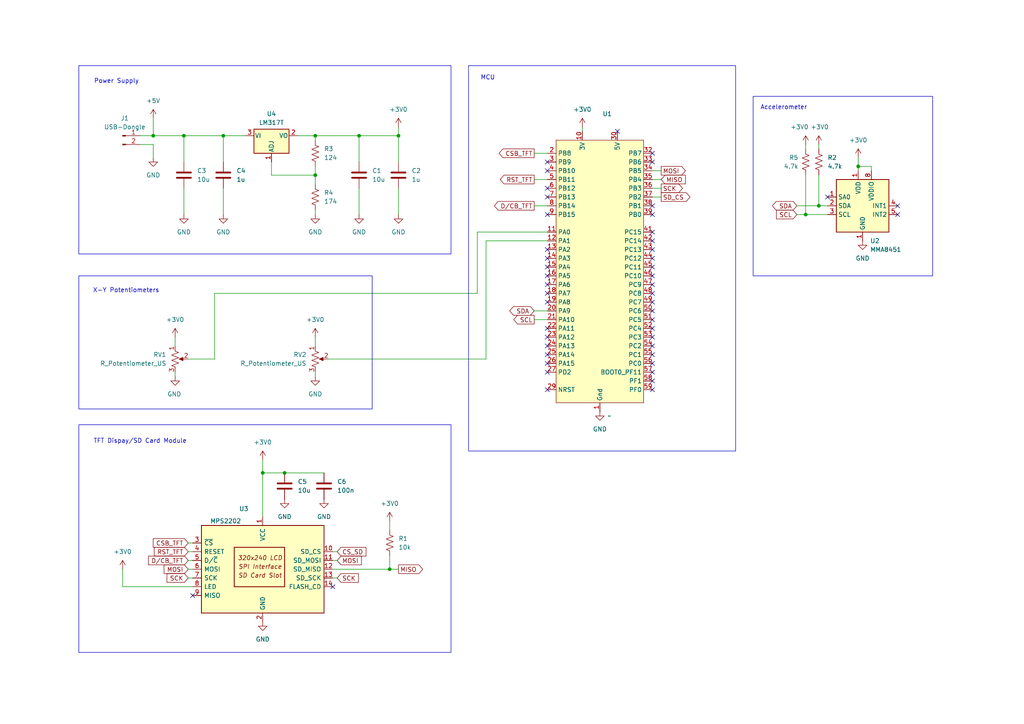
<source format=kicad_sch>
(kicad_sch
	(version 20231120)
	(generator "eeschema")
	(generator_version "8.0")
	(uuid "3e4d20ed-557e-4cff-9f91-598a72ef8c78")
	(paper "A4")
	(lib_symbols
		(symbol "Connector:Conn_01x02_Pin"
			(pin_names
				(offset 1.016) hide)
			(exclude_from_sim no)
			(in_bom yes)
			(on_board yes)
			(property "Reference" "J"
				(at 0 2.54 0)
				(effects
					(font
						(size 1.27 1.27)
					)
				)
			)
			(property "Value" "Conn_01x02_Pin"
				(at 0 -5.08 0)
				(effects
					(font
						(size 1.27 1.27)
					)
				)
			)
			(property "Footprint" ""
				(at 0 0 0)
				(effects
					(font
						(size 1.27 1.27)
					)
					(hide yes)
				)
			)
			(property "Datasheet" "~"
				(at 0 0 0)
				(effects
					(font
						(size 1.27 1.27)
					)
					(hide yes)
				)
			)
			(property "Description" "Generic connector, single row, 01x02, script generated"
				(at 0 0 0)
				(effects
					(font
						(size 1.27 1.27)
					)
					(hide yes)
				)
			)
			(property "ki_locked" ""
				(at 0 0 0)
				(effects
					(font
						(size 1.27 1.27)
					)
				)
			)
			(property "ki_keywords" "connector"
				(at 0 0 0)
				(effects
					(font
						(size 1.27 1.27)
					)
					(hide yes)
				)
			)
			(property "ki_fp_filters" "Connector*:*_1x??_*"
				(at 0 0 0)
				(effects
					(font
						(size 1.27 1.27)
					)
					(hide yes)
				)
			)
			(symbol "Conn_01x02_Pin_1_1"
				(polyline
					(pts
						(xy 1.27 -2.54) (xy 0.8636 -2.54)
					)
					(stroke
						(width 0.1524)
						(type default)
					)
					(fill
						(type none)
					)
				)
				(polyline
					(pts
						(xy 1.27 0) (xy 0.8636 0)
					)
					(stroke
						(width 0.1524)
						(type default)
					)
					(fill
						(type none)
					)
				)
				(rectangle
					(start 0.8636 -2.413)
					(end 0 -2.667)
					(stroke
						(width 0.1524)
						(type default)
					)
					(fill
						(type outline)
					)
				)
				(rectangle
					(start 0.8636 0.127)
					(end 0 -0.127)
					(stroke
						(width 0.1524)
						(type default)
					)
					(fill
						(type outline)
					)
				)
				(pin passive line
					(at 5.08 0 180)
					(length 3.81)
					(name "Pin_1"
						(effects
							(font
								(size 1.27 1.27)
							)
						)
					)
					(number "1"
						(effects
							(font
								(size 1.27 1.27)
							)
						)
					)
				)
				(pin passive line
					(at 5.08 -2.54 180)
					(length 3.81)
					(name "Pin_2"
						(effects
							(font
								(size 1.27 1.27)
							)
						)
					)
					(number "2"
						(effects
							(font
								(size 1.27 1.27)
							)
						)
					)
				)
			)
		)
		(symbol "Device:C"
			(pin_numbers hide)
			(pin_names
				(offset 0.254)
			)
			(exclude_from_sim no)
			(in_bom yes)
			(on_board yes)
			(property "Reference" "C"
				(at 0.635 2.54 0)
				(effects
					(font
						(size 1.27 1.27)
					)
					(justify left)
				)
			)
			(property "Value" "C"
				(at 0.635 -2.54 0)
				(effects
					(font
						(size 1.27 1.27)
					)
					(justify left)
				)
			)
			(property "Footprint" ""
				(at 0.9652 -3.81 0)
				(effects
					(font
						(size 1.27 1.27)
					)
					(hide yes)
				)
			)
			(property "Datasheet" "~"
				(at 0 0 0)
				(effects
					(font
						(size 1.27 1.27)
					)
					(hide yes)
				)
			)
			(property "Description" "Unpolarized capacitor"
				(at 0 0 0)
				(effects
					(font
						(size 1.27 1.27)
					)
					(hide yes)
				)
			)
			(property "ki_keywords" "cap capacitor"
				(at 0 0 0)
				(effects
					(font
						(size 1.27 1.27)
					)
					(hide yes)
				)
			)
			(property "ki_fp_filters" "C_*"
				(at 0 0 0)
				(effects
					(font
						(size 1.27 1.27)
					)
					(hide yes)
				)
			)
			(symbol "C_0_1"
				(polyline
					(pts
						(xy -2.032 -0.762) (xy 2.032 -0.762)
					)
					(stroke
						(width 0.508)
						(type default)
					)
					(fill
						(type none)
					)
				)
				(polyline
					(pts
						(xy -2.032 0.762) (xy 2.032 0.762)
					)
					(stroke
						(width 0.508)
						(type default)
					)
					(fill
						(type none)
					)
				)
			)
			(symbol "C_1_1"
				(pin passive line
					(at 0 3.81 270)
					(length 2.794)
					(name "~"
						(effects
							(font
								(size 1.27 1.27)
							)
						)
					)
					(number "1"
						(effects
							(font
								(size 1.27 1.27)
							)
						)
					)
				)
				(pin passive line
					(at 0 -3.81 90)
					(length 2.794)
					(name "~"
						(effects
							(font
								(size 1.27 1.27)
							)
						)
					)
					(number "2"
						(effects
							(font
								(size 1.27 1.27)
							)
						)
					)
				)
			)
		)
		(symbol "Device:R_Potentiometer_US"
			(pin_names
				(offset 1.016) hide)
			(exclude_from_sim no)
			(in_bom yes)
			(on_board yes)
			(property "Reference" "RV"
				(at -4.445 0 90)
				(effects
					(font
						(size 1.27 1.27)
					)
				)
			)
			(property "Value" "R_Potentiometer_US"
				(at -2.54 0 90)
				(effects
					(font
						(size 1.27 1.27)
					)
				)
			)
			(property "Footprint" ""
				(at 0 0 0)
				(effects
					(font
						(size 1.27 1.27)
					)
					(hide yes)
				)
			)
			(property "Datasheet" "~"
				(at 0 0 0)
				(effects
					(font
						(size 1.27 1.27)
					)
					(hide yes)
				)
			)
			(property "Description" "Potentiometer, US symbol"
				(at 0 0 0)
				(effects
					(font
						(size 1.27 1.27)
					)
					(hide yes)
				)
			)
			(property "ki_keywords" "resistor variable"
				(at 0 0 0)
				(effects
					(font
						(size 1.27 1.27)
					)
					(hide yes)
				)
			)
			(property "ki_fp_filters" "Potentiometer*"
				(at 0 0 0)
				(effects
					(font
						(size 1.27 1.27)
					)
					(hide yes)
				)
			)
			(symbol "R_Potentiometer_US_0_1"
				(polyline
					(pts
						(xy 0 -2.286) (xy 0 -2.54)
					)
					(stroke
						(width 0)
						(type default)
					)
					(fill
						(type none)
					)
				)
				(polyline
					(pts
						(xy 0 2.54) (xy 0 2.286)
					)
					(stroke
						(width 0)
						(type default)
					)
					(fill
						(type none)
					)
				)
				(polyline
					(pts
						(xy 2.54 0) (xy 1.524 0)
					)
					(stroke
						(width 0)
						(type default)
					)
					(fill
						(type none)
					)
				)
				(polyline
					(pts
						(xy 1.143 0) (xy 2.286 0.508) (xy 2.286 -0.508) (xy 1.143 0)
					)
					(stroke
						(width 0)
						(type default)
					)
					(fill
						(type outline)
					)
				)
				(polyline
					(pts
						(xy 0 -0.762) (xy 1.016 -1.143) (xy 0 -1.524) (xy -1.016 -1.905) (xy 0 -2.286)
					)
					(stroke
						(width 0)
						(type default)
					)
					(fill
						(type none)
					)
				)
				(polyline
					(pts
						(xy 0 0.762) (xy 1.016 0.381) (xy 0 0) (xy -1.016 -0.381) (xy 0 -0.762)
					)
					(stroke
						(width 0)
						(type default)
					)
					(fill
						(type none)
					)
				)
				(polyline
					(pts
						(xy 0 2.286) (xy 1.016 1.905) (xy 0 1.524) (xy -1.016 1.143) (xy 0 0.762)
					)
					(stroke
						(width 0)
						(type default)
					)
					(fill
						(type none)
					)
				)
			)
			(symbol "R_Potentiometer_US_1_1"
				(pin passive line
					(at 0 3.81 270)
					(length 1.27)
					(name "1"
						(effects
							(font
								(size 1.27 1.27)
							)
						)
					)
					(number "1"
						(effects
							(font
								(size 1.27 1.27)
							)
						)
					)
				)
				(pin passive line
					(at 3.81 0 180)
					(length 1.27)
					(name "2"
						(effects
							(font
								(size 1.27 1.27)
							)
						)
					)
					(number "2"
						(effects
							(font
								(size 1.27 1.27)
							)
						)
					)
				)
				(pin passive line
					(at 0 -3.81 90)
					(length 1.27)
					(name "3"
						(effects
							(font
								(size 1.27 1.27)
							)
						)
					)
					(number "3"
						(effects
							(font
								(size 1.27 1.27)
							)
						)
					)
				)
			)
		)
		(symbol "Device:R_US"
			(pin_numbers hide)
			(pin_names
				(offset 0)
			)
			(exclude_from_sim no)
			(in_bom yes)
			(on_board yes)
			(property "Reference" "R"
				(at 2.54 0 90)
				(effects
					(font
						(size 1.27 1.27)
					)
				)
			)
			(property "Value" "R_US"
				(at -2.54 0 90)
				(effects
					(font
						(size 1.27 1.27)
					)
				)
			)
			(property "Footprint" ""
				(at 1.016 -0.254 90)
				(effects
					(font
						(size 1.27 1.27)
					)
					(hide yes)
				)
			)
			(property "Datasheet" "~"
				(at 0 0 0)
				(effects
					(font
						(size 1.27 1.27)
					)
					(hide yes)
				)
			)
			(property "Description" "Resistor, US symbol"
				(at 0 0 0)
				(effects
					(font
						(size 1.27 1.27)
					)
					(hide yes)
				)
			)
			(property "ki_keywords" "R res resistor"
				(at 0 0 0)
				(effects
					(font
						(size 1.27 1.27)
					)
					(hide yes)
				)
			)
			(property "ki_fp_filters" "R_*"
				(at 0 0 0)
				(effects
					(font
						(size 1.27 1.27)
					)
					(hide yes)
				)
			)
			(symbol "R_US_0_1"
				(polyline
					(pts
						(xy 0 -2.286) (xy 0 -2.54)
					)
					(stroke
						(width 0)
						(type default)
					)
					(fill
						(type none)
					)
				)
				(polyline
					(pts
						(xy 0 2.286) (xy 0 2.54)
					)
					(stroke
						(width 0)
						(type default)
					)
					(fill
						(type none)
					)
				)
				(polyline
					(pts
						(xy 0 -0.762) (xy 1.016 -1.143) (xy 0 -1.524) (xy -1.016 -1.905) (xy 0 -2.286)
					)
					(stroke
						(width 0)
						(type default)
					)
					(fill
						(type none)
					)
				)
				(polyline
					(pts
						(xy 0 0.762) (xy 1.016 0.381) (xy 0 0) (xy -1.016 -0.381) (xy 0 -0.762)
					)
					(stroke
						(width 0)
						(type default)
					)
					(fill
						(type none)
					)
				)
				(polyline
					(pts
						(xy 0 2.286) (xy 1.016 1.905) (xy 0 1.524) (xy -1.016 1.143) (xy 0 0.762)
					)
					(stroke
						(width 0)
						(type default)
					)
					(fill
						(type none)
					)
				)
			)
			(symbol "R_US_1_1"
				(pin passive line
					(at 0 3.81 270)
					(length 1.27)
					(name "~"
						(effects
							(font
								(size 1.27 1.27)
							)
						)
					)
					(number "1"
						(effects
							(font
								(size 1.27 1.27)
							)
						)
					)
				)
				(pin passive line
					(at 0 -3.81 90)
					(length 1.27)
					(name "~"
						(effects
							(font
								(size 1.27 1.27)
							)
						)
					)
					(number "2"
						(effects
							(font
								(size 1.27 1.27)
							)
						)
					)
				)
			)
		)
		(symbol "Driver_Display:CR2013-MI2120"
			(pin_names
				(offset 0.762)
			)
			(exclude_from_sim no)
			(in_bom yes)
			(on_board yes)
			(property "Reference" "U3"
				(at 6.858 17.526 0)
				(effects
					(font
						(size 1.27 1.27)
					)
					(justify right)
				)
			)
			(property "Value" "MPS2202"
				(at 15.24 13.97 0)
				(effects
					(font
						(size 1.27 1.27)
					)
					(justify right)
				)
			)
			(property "Footprint" "Display:CR2013-MI2120"
				(at 0 -17.78 0)
				(effects
					(font
						(size 1.27 1.27)
					)
					(hide yes)
				)
			)
			(property "Datasheet" "http://pan.baidu.com/s/11Y990"
				(at -16.51 12.7 0)
				(effects
					(font
						(size 1.27 1.27)
					)
					(hide yes)
				)
			)
			(property "Description" ""
				(at 0 0 0)
				(effects
					(font
						(size 1.27 1.27)
					)
					(hide yes)
				)
			)
			(property "ki_keywords" "driver display"
				(at 0 0 0)
				(effects
					(font
						(size 1.27 1.27)
					)
					(hide yes)
				)
			)
			(property "ki_fp_filters" "*CR2013*MI2120*"
				(at 0 0 0)
				(effects
					(font
						(size 1.27 1.27)
					)
					(hide yes)
				)
			)
			(symbol "CR2013-MI2120_0_0"
				(text "320x240 LCD"
					(at 0.762 3.302 0)
					(effects
						(font
							(size 1.27 1.27)
							(italic yes)
						)
					)
				)
				(text "SD Card Slot"
					(at -5.588 -1.778 0)
					(effects
						(font
							(size 1.27 1.27)
							(italic yes)
						)
						(justify left)
					)
				)
				(text "SPI Interface"
					(at -5.588 0.762 0)
					(effects
						(font
							(size 1.27 1.27)
							(italic yes)
						)
						(justify left)
					)
				)
			)
			(symbol "CR2013-MI2120_0_1"
				(rectangle
					(start -17.78 12.7)
					(end 17.78 -12.7)
					(stroke
						(width 0.254)
						(type default)
					)
					(fill
						(type background)
					)
				)
				(rectangle
					(start -6.35 6.35)
					(end 8.255 -5.08)
					(stroke
						(width 0.254)
						(type default)
					)
					(fill
						(type none)
					)
				)
			)
			(symbol "CR2013-MI2120_1_1"
				(pin power_in line
					(at 0 15.24 270)
					(length 2.54)
					(name "VCC"
						(effects
							(font
								(size 1.27 1.27)
							)
						)
					)
					(number "1"
						(effects
							(font
								(size 1.27 1.27)
							)
						)
					)
				)
				(pin input line
					(at -20.32 5.08 0)
					(length 2.54)
					(name "SD_CS"
						(effects
							(font
								(size 1.27 1.27)
							)
						)
					)
					(number "10"
						(effects
							(font
								(size 1.27 1.27)
							)
						)
					)
				)
				(pin input line
					(at -20.32 2.54 0)
					(length 2.54)
					(name "SD_MOSI"
						(effects
							(font
								(size 1.27 1.27)
							)
						)
					)
					(number "11"
						(effects
							(font
								(size 1.27 1.27)
							)
						)
					)
				)
				(pin output line
					(at -20.32 0 0)
					(length 2.54)
					(name "SD_MISO"
						(effects
							(font
								(size 1.27 1.27)
							)
						)
					)
					(number "12"
						(effects
							(font
								(size 1.27 1.27)
							)
						)
					)
				)
				(pin input line
					(at -20.32 -2.54 0)
					(length 2.54)
					(name "SD_SCK"
						(effects
							(font
								(size 1.27 1.27)
							)
						)
					)
					(number "13"
						(effects
							(font
								(size 1.27 1.27)
							)
						)
					)
				)
				(pin input line
					(at -20.32 -5.08 0)
					(length 2.54)
					(name "FLASH_CD"
						(effects
							(font
								(size 1.27 1.27)
							)
						)
					)
					(number "14"
						(effects
							(font
								(size 1.27 1.27)
							)
						)
					)
				)
				(pin power_in line
					(at 0 -15.24 90)
					(length 2.54)
					(name "GND"
						(effects
							(font
								(size 1.27 1.27)
							)
						)
					)
					(number "2"
						(effects
							(font
								(size 1.27 1.27)
							)
						)
					)
				)
				(pin input line
					(at 20.32 7.62 180)
					(length 2.54)
					(name "~{CS}"
						(effects
							(font
								(size 1.27 1.27)
							)
						)
					)
					(number "3"
						(effects
							(font
								(size 1.27 1.27)
							)
						)
					)
				)
				(pin input line
					(at 20.32 5.08 180)
					(length 2.54)
					(name "RESET"
						(effects
							(font
								(size 1.27 1.27)
							)
						)
					)
					(number "4"
						(effects
							(font
								(size 1.27 1.27)
							)
						)
					)
				)
				(pin input line
					(at 20.32 2.54 180)
					(length 2.54)
					(name "D/~{C}"
						(effects
							(font
								(size 1.27 1.27)
							)
						)
					)
					(number "5"
						(effects
							(font
								(size 1.27 1.27)
							)
						)
					)
				)
				(pin input line
					(at 20.32 0 180)
					(length 2.54)
					(name "MOSI"
						(effects
							(font
								(size 1.27 1.27)
							)
						)
					)
					(number "6"
						(effects
							(font
								(size 1.27 1.27)
							)
						)
					)
				)
				(pin input line
					(at 20.32 -2.54 180)
					(length 2.54)
					(name "SCK"
						(effects
							(font
								(size 1.27 1.27)
							)
						)
					)
					(number "7"
						(effects
							(font
								(size 1.27 1.27)
							)
						)
					)
				)
				(pin input line
					(at 20.32 -5.08 180)
					(length 2.54)
					(name "LED"
						(effects
							(font
								(size 1.27 1.27)
							)
						)
					)
					(number "8"
						(effects
							(font
								(size 1.27 1.27)
							)
						)
					)
				)
				(pin output line
					(at 20.32 -7.62 180)
					(length 2.54)
					(name "MISO"
						(effects
							(font
								(size 1.27 1.27)
							)
						)
					)
					(number "9"
						(effects
							(font
								(size 1.27 1.27)
							)
						)
					)
				)
			)
		)
		(symbol "Project_Library:STM32F091_Dev_Board"
			(exclude_from_sim no)
			(in_bom yes)
			(on_board yes)
			(property "Reference" "U"
				(at -0.254 0.254 0)
				(effects
					(font
						(size 1.27 1.27)
					)
				)
			)
			(property "Value" ""
				(at -2.54 11.43 0)
				(effects
					(font
						(size 1.27 1.27)
					)
				)
			)
			(property "Footprint" ""
				(at -2.54 11.43 0)
				(effects
					(font
						(size 1.27 1.27)
					)
					(hide yes)
				)
			)
			(property "Datasheet" ""
				(at -2.54 11.43 0)
				(effects
					(font
						(size 1.27 1.27)
					)
					(hide yes)
				)
			)
			(property "Description" ""
				(at -2.54 11.43 0)
				(effects
					(font
						(size 1.27 1.27)
					)
					(hide yes)
				)
			)
			(symbol "STM32F091_Dev_Board_1_1"
				(rectangle
					(start -12.7 38.1)
					(end 12.7 -38.1)
					(stroke
						(width 0)
						(type default)
					)
					(fill
						(type background)
					)
				)
				(pin power_in line
					(at 0 -40.64 90)
					(length 2.54)
					(name "Gnd"
						(effects
							(font
								(size 1.27 1.27)
							)
						)
					)
					(number "1"
						(effects
							(font
								(size 1.27 1.27)
							)
						)
					)
				)
				(pin power_in line
					(at -5.08 40.64 270)
					(length 2.54)
					(name "3V"
						(effects
							(font
								(size 1.27 1.27)
							)
						)
					)
					(number "10"
						(effects
							(font
								(size 1.27 1.27)
							)
						)
					)
				)
				(pin bidirectional line
					(at -15.24 11.43 0)
					(length 2.54)
					(name "PA0"
						(effects
							(font
								(size 1.27 1.27)
							)
						)
					)
					(number "11"
						(effects
							(font
								(size 1.27 1.27)
							)
						)
					)
				)
				(pin bidirectional line
					(at -15.24 8.89 0)
					(length 2.54)
					(name "PA1"
						(effects
							(font
								(size 1.27 1.27)
							)
						)
					)
					(number "12"
						(effects
							(font
								(size 1.27 1.27)
							)
						)
					)
				)
				(pin bidirectional line
					(at -15.24 6.35 0)
					(length 2.54)
					(name "PA2"
						(effects
							(font
								(size 1.27 1.27)
							)
						)
					)
					(number "13"
						(effects
							(font
								(size 1.27 1.27)
							)
						)
					)
				)
				(pin bidirectional line
					(at -15.24 3.81 0)
					(length 2.54)
					(name "PA3"
						(effects
							(font
								(size 1.27 1.27)
							)
						)
					)
					(number "14"
						(effects
							(font
								(size 1.27 1.27)
							)
						)
					)
				)
				(pin bidirectional line
					(at -15.24 1.27 0)
					(length 2.54)
					(name "PA4"
						(effects
							(font
								(size 1.27 1.27)
							)
						)
					)
					(number "15"
						(effects
							(font
								(size 1.27 1.27)
							)
						)
					)
				)
				(pin bidirectional line
					(at -15.24 -1.27 0)
					(length 2.54)
					(name "PA5"
						(effects
							(font
								(size 1.27 1.27)
							)
						)
					)
					(number "16"
						(effects
							(font
								(size 1.27 1.27)
							)
						)
					)
				)
				(pin bidirectional line
					(at -15.24 -3.81 0)
					(length 2.54)
					(name "PA6"
						(effects
							(font
								(size 1.27 1.27)
							)
						)
					)
					(number "17"
						(effects
							(font
								(size 1.27 1.27)
							)
						)
					)
				)
				(pin bidirectional line
					(at -15.24 -6.35 0)
					(length 2.54)
					(name "PA7"
						(effects
							(font
								(size 1.27 1.27)
							)
						)
					)
					(number "18"
						(effects
							(font
								(size 1.27 1.27)
							)
						)
					)
				)
				(pin bidirectional line
					(at -15.24 -8.89 0)
					(length 2.54)
					(name "PA8"
						(effects
							(font
								(size 1.27 1.27)
							)
						)
					)
					(number "19"
						(effects
							(font
								(size 1.27 1.27)
							)
						)
					)
				)
				(pin bidirectional line
					(at -15.24 34.29 0)
					(length 2.54)
					(name "PB8"
						(effects
							(font
								(size 1.27 1.27)
							)
						)
					)
					(number "2"
						(effects
							(font
								(size 1.27 1.27)
							)
						)
					)
				)
				(pin bidirectional line
					(at -15.24 -11.43 0)
					(length 2.54)
					(name "PA9"
						(effects
							(font
								(size 1.27 1.27)
							)
						)
					)
					(number "20"
						(effects
							(font
								(size 1.27 1.27)
							)
						)
					)
				)
				(pin bidirectional line
					(at -15.24 -13.97 0)
					(length 2.54)
					(name "PA10"
						(effects
							(font
								(size 1.27 1.27)
							)
						)
					)
					(number "21"
						(effects
							(font
								(size 1.27 1.27)
							)
						)
					)
				)
				(pin bidirectional line
					(at -15.24 -16.51 0)
					(length 2.54)
					(name "PA11"
						(effects
							(font
								(size 1.27 1.27)
							)
						)
					)
					(number "22"
						(effects
							(font
								(size 1.27 1.27)
							)
						)
					)
				)
				(pin bidirectional line
					(at -15.24 -19.05 0)
					(length 2.54)
					(name "PA12"
						(effects
							(font
								(size 1.27 1.27)
							)
						)
					)
					(number "23"
						(effects
							(font
								(size 1.27 1.27)
							)
						)
					)
				)
				(pin bidirectional line
					(at -15.24 -21.59 0)
					(length 2.54)
					(name "PA13"
						(effects
							(font
								(size 1.27 1.27)
							)
						)
					)
					(number "24"
						(effects
							(font
								(size 1.27 1.27)
							)
						)
					)
				)
				(pin bidirectional line
					(at -15.24 -24.13 0)
					(length 2.54)
					(name "PA14"
						(effects
							(font
								(size 1.27 1.27)
							)
						)
					)
					(number "25"
						(effects
							(font
								(size 1.27 1.27)
							)
						)
					)
				)
				(pin bidirectional line
					(at -15.24 -26.67 0)
					(length 2.54)
					(name "PA15"
						(effects
							(font
								(size 1.27 1.27)
							)
						)
					)
					(number "26"
						(effects
							(font
								(size 1.27 1.27)
							)
						)
					)
				)
				(pin bidirectional line
					(at -15.24 -29.21 0)
					(length 2.54)
					(name "PD2"
						(effects
							(font
								(size 1.27 1.27)
							)
						)
					)
					(number "27"
						(effects
							(font
								(size 1.27 1.27)
							)
						)
					)
				)
				(pin power_in line
					(at 0 -40.64 90)
					(length 2.54) hide
					(name "GND"
						(effects
							(font
								(size 1.27 1.27)
							)
						)
					)
					(number "28"
						(effects
							(font
								(size 1.27 1.27)
							)
						)
					)
				)
				(pin bidirectional line
					(at -15.24 -34.29 0)
					(length 2.54)
					(name "NRST"
						(effects
							(font
								(size 1.27 1.27)
							)
						)
					)
					(number "29"
						(effects
							(font
								(size 1.27 1.27)
							)
						)
					)
				)
				(pin bidirectional line
					(at -15.24 31.75 0)
					(length 2.54)
					(name "PB9"
						(effects
							(font
								(size 1.27 1.27)
							)
						)
					)
					(number "3"
						(effects
							(font
								(size 1.27 1.27)
							)
						)
					)
				)
				(pin bidirectional line
					(at 5.08 40.64 270)
					(length 2.54)
					(name "5V"
						(effects
							(font
								(size 1.27 1.27)
							)
						)
					)
					(number "30"
						(effects
							(font
								(size 1.27 1.27)
							)
						)
					)
				)
				(pin power_in line
					(at 0 -40.64 90)
					(length 2.54) hide
					(name "Gnd"
						(effects
							(font
								(size 1.27 1.27)
							)
						)
					)
					(number "31"
						(effects
							(font
								(size 1.27 1.27)
							)
						)
					)
				)
				(pin bidirectional line
					(at 15.24 34.29 180)
					(length 2.54)
					(name "PB7"
						(effects
							(font
								(size 1.27 1.27)
							)
						)
					)
					(number "32"
						(effects
							(font
								(size 1.27 1.27)
							)
						)
					)
				)
				(pin bidirectional line
					(at 15.24 31.75 180)
					(length 2.54)
					(name "PB6"
						(effects
							(font
								(size 1.27 1.27)
							)
						)
					)
					(number "33"
						(effects
							(font
								(size 1.27 1.27)
							)
						)
					)
				)
				(pin bidirectional line
					(at 15.24 29.21 180)
					(length 2.54)
					(name "PB5"
						(effects
							(font
								(size 1.27 1.27)
							)
						)
					)
					(number "34"
						(effects
							(font
								(size 1.27 1.27)
							)
						)
					)
				)
				(pin bidirectional line
					(at 15.24 26.67 180)
					(length 2.54)
					(name "PB4"
						(effects
							(font
								(size 1.27 1.27)
							)
						)
					)
					(number "35"
						(effects
							(font
								(size 1.27 1.27)
							)
						)
					)
				)
				(pin bidirectional line
					(at 15.24 24.13 180)
					(length 2.54)
					(name "PB3"
						(effects
							(font
								(size 1.27 1.27)
							)
						)
					)
					(number "36"
						(effects
							(font
								(size 1.27 1.27)
							)
						)
					)
				)
				(pin bidirectional line
					(at 15.24 21.59 180)
					(length 2.54)
					(name "PB2"
						(effects
							(font
								(size 1.27 1.27)
							)
						)
					)
					(number "37"
						(effects
							(font
								(size 1.27 1.27)
							)
						)
					)
				)
				(pin bidirectional line
					(at 15.24 19.05 180)
					(length 2.54)
					(name "PB1"
						(effects
							(font
								(size 1.27 1.27)
							)
						)
					)
					(number "38"
						(effects
							(font
								(size 1.27 1.27)
							)
						)
					)
				)
				(pin bidirectional line
					(at 15.24 16.51 180)
					(length 2.54)
					(name "PB0"
						(effects
							(font
								(size 1.27 1.27)
							)
						)
					)
					(number "39"
						(effects
							(font
								(size 1.27 1.27)
							)
						)
					)
				)
				(pin bidirectional line
					(at -15.24 29.21 0)
					(length 2.54)
					(name "PB10"
						(effects
							(font
								(size 1.27 1.27)
							)
						)
					)
					(number "4"
						(effects
							(font
								(size 1.27 1.27)
							)
						)
					)
				)
				(pin power_in line
					(at -5.08 40.64 270)
					(length 2.54) hide
					(name "3V"
						(effects
							(font
								(size 1.27 1.27)
							)
						)
					)
					(number "40"
						(effects
							(font
								(size 1.27 1.27)
							)
						)
					)
				)
				(pin bidirectional line
					(at 15.24 11.43 180)
					(length 2.54)
					(name "PC15"
						(effects
							(font
								(size 1.27 1.27)
							)
						)
					)
					(number "41"
						(effects
							(font
								(size 1.27 1.27)
							)
						)
					)
				)
				(pin bidirectional line
					(at 15.24 8.89 180)
					(length 2.54)
					(name "PC14"
						(effects
							(font
								(size 1.27 1.27)
							)
						)
					)
					(number "42"
						(effects
							(font
								(size 1.27 1.27)
							)
						)
					)
				)
				(pin bidirectional line
					(at 15.24 6.35 180)
					(length 2.54)
					(name "PC13"
						(effects
							(font
								(size 1.27 1.27)
							)
						)
					)
					(number "43"
						(effects
							(font
								(size 1.27 1.27)
							)
						)
					)
				)
				(pin bidirectional line
					(at 15.24 3.81 180)
					(length 2.54)
					(name "PC12"
						(effects
							(font
								(size 1.27 1.27)
							)
						)
					)
					(number "44"
						(effects
							(font
								(size 1.27 1.27)
							)
						)
					)
				)
				(pin bidirectional line
					(at 15.24 1.27 180)
					(length 2.54)
					(name "PC11"
						(effects
							(font
								(size 1.27 1.27)
							)
						)
					)
					(number "45"
						(effects
							(font
								(size 1.27 1.27)
							)
						)
					)
				)
				(pin bidirectional line
					(at 15.24 -1.27 180)
					(length 2.54)
					(name "PC10"
						(effects
							(font
								(size 1.27 1.27)
							)
						)
					)
					(number "46"
						(effects
							(font
								(size 1.27 1.27)
							)
						)
					)
				)
				(pin bidirectional line
					(at 15.24 -3.81 180)
					(length 2.54)
					(name "PC9"
						(effects
							(font
								(size 1.27 1.27)
							)
						)
					)
					(number "47"
						(effects
							(font
								(size 1.27 1.27)
							)
						)
					)
				)
				(pin bidirectional line
					(at 15.24 -6.35 180)
					(length 2.54)
					(name "PC8"
						(effects
							(font
								(size 1.27 1.27)
							)
						)
					)
					(number "48"
						(effects
							(font
								(size 1.27 1.27)
							)
						)
					)
				)
				(pin bidirectional line
					(at 15.24 -8.89 180)
					(length 2.54)
					(name "PC7"
						(effects
							(font
								(size 1.27 1.27)
							)
						)
					)
					(number "49"
						(effects
							(font
								(size 1.27 1.27)
							)
						)
					)
				)
				(pin bidirectional line
					(at -15.24 26.67 0)
					(length 2.54)
					(name "PB11"
						(effects
							(font
								(size 1.27 1.27)
							)
						)
					)
					(number "5"
						(effects
							(font
								(size 1.27 1.27)
							)
						)
					)
				)
				(pin bidirectional line
					(at 15.24 -11.43 180)
					(length 2.54)
					(name "PC6"
						(effects
							(font
								(size 1.27 1.27)
							)
						)
					)
					(number "50"
						(effects
							(font
								(size 1.27 1.27)
							)
						)
					)
				)
				(pin bidirectional line
					(at 15.24 -13.97 180)
					(length 2.54)
					(name "PC5"
						(effects
							(font
								(size 1.27 1.27)
							)
						)
					)
					(number "51"
						(effects
							(font
								(size 1.27 1.27)
							)
						)
					)
				)
				(pin bidirectional line
					(at 15.24 -16.51 180)
					(length 2.54)
					(name "PC4"
						(effects
							(font
								(size 1.27 1.27)
							)
						)
					)
					(number "52"
						(effects
							(font
								(size 1.27 1.27)
							)
						)
					)
				)
				(pin bidirectional line
					(at 15.24 -19.05 180)
					(length 2.54)
					(name "PC3"
						(effects
							(font
								(size 1.27 1.27)
							)
						)
					)
					(number "53"
						(effects
							(font
								(size 1.27 1.27)
							)
						)
					)
				)
				(pin bidirectional line
					(at 15.24 -21.59 180)
					(length 2.54)
					(name "PC2"
						(effects
							(font
								(size 1.27 1.27)
							)
						)
					)
					(number "54"
						(effects
							(font
								(size 1.27 1.27)
							)
						)
					)
				)
				(pin bidirectional line
					(at 15.24 -24.13 180)
					(length 2.54)
					(name "PC1"
						(effects
							(font
								(size 1.27 1.27)
							)
						)
					)
					(number "55"
						(effects
							(font
								(size 1.27 1.27)
							)
						)
					)
				)
				(pin bidirectional line
					(at 15.24 -26.67 180)
					(length 2.54)
					(name "PC0"
						(effects
							(font
								(size 1.27 1.27)
							)
						)
					)
					(number "56"
						(effects
							(font
								(size 1.27 1.27)
							)
						)
					)
				)
				(pin bidirectional line
					(at 15.24 -29.21 180)
					(length 2.54)
					(name "BOOT0_PF11"
						(effects
							(font
								(size 1.27 1.27)
							)
						)
					)
					(number "57"
						(effects
							(font
								(size 1.27 1.27)
							)
						)
					)
				)
				(pin power_in line
					(at 15.24 -31.75 180)
					(length 2.54)
					(name "PF1"
						(effects
							(font
								(size 1.27 1.27)
							)
						)
					)
					(number "58"
						(effects
							(font
								(size 1.27 1.27)
							)
						)
					)
				)
				(pin bidirectional line
					(at 15.24 -34.29 180)
					(length 2.54)
					(name "PF0"
						(effects
							(font
								(size 1.27 1.27)
							)
						)
					)
					(number "59"
						(effects
							(font
								(size 1.27 1.27)
							)
						)
					)
				)
				(pin bidirectional line
					(at -15.24 24.13 0)
					(length 2.54)
					(name "PB12"
						(effects
							(font
								(size 1.27 1.27)
							)
						)
					)
					(number "6"
						(effects
							(font
								(size 1.27 1.27)
							)
						)
					)
				)
				(pin bidirectional line
					(at 5.08 40.64 270)
					(length 2.54) hide
					(name "5V"
						(effects
							(font
								(size 1.27 1.27)
							)
						)
					)
					(number "60"
						(effects
							(font
								(size 1.27 1.27)
							)
						)
					)
				)
				(pin bidirectional line
					(at -15.24 21.59 0)
					(length 2.54)
					(name "PB13"
						(effects
							(font
								(size 1.27 1.27)
							)
						)
					)
					(number "7"
						(effects
							(font
								(size 1.27 1.27)
							)
						)
					)
				)
				(pin bidirectional line
					(at -15.24 19.05 0)
					(length 2.54)
					(name "PB14"
						(effects
							(font
								(size 1.27 1.27)
							)
						)
					)
					(number "8"
						(effects
							(font
								(size 1.27 1.27)
							)
						)
					)
				)
				(pin bidirectional line
					(at -15.24 16.51 0)
					(length 2.54)
					(name "PB15"
						(effects
							(font
								(size 1.27 1.27)
							)
						)
					)
					(number "9"
						(effects
							(font
								(size 1.27 1.27)
							)
						)
					)
				)
			)
		)
		(symbol "Regulator_Linear:LM317_SOT-223"
			(pin_names
				(offset 0.254)
			)
			(exclude_from_sim no)
			(in_bom yes)
			(on_board yes)
			(property "Reference" "U"
				(at -3.81 3.175 0)
				(effects
					(font
						(size 1.27 1.27)
					)
				)
			)
			(property "Value" "LM317_SOT-223"
				(at 0 3.175 0)
				(effects
					(font
						(size 1.27 1.27)
					)
					(justify left)
				)
			)
			(property "Footprint" "Package_TO_SOT_SMD:SOT-223-3_TabPin2"
				(at 0 6.35 0)
				(effects
					(font
						(size 1.27 1.27)
						(italic yes)
					)
					(hide yes)
				)
			)
			(property "Datasheet" "http://www.ti.com/lit/ds/symlink/lm317.pdf"
				(at 0 0 0)
				(effects
					(font
						(size 1.27 1.27)
					)
					(hide yes)
				)
			)
			(property "Description" "1.5A 35V Adjustable Linear Regulator, SOT-223"
				(at 0 0 0)
				(effects
					(font
						(size 1.27 1.27)
					)
					(hide yes)
				)
			)
			(property "ki_keywords" "Adjustable Voltage Regulator 1A Positive"
				(at 0 0 0)
				(effects
					(font
						(size 1.27 1.27)
					)
					(hide yes)
				)
			)
			(property "ki_fp_filters" "SOT?223*TabPin2*"
				(at 0 0 0)
				(effects
					(font
						(size 1.27 1.27)
					)
					(hide yes)
				)
			)
			(symbol "LM317_SOT-223_0_1"
				(rectangle
					(start -5.08 1.905)
					(end 5.08 -5.08)
					(stroke
						(width 0.254)
						(type default)
					)
					(fill
						(type background)
					)
				)
			)
			(symbol "LM317_SOT-223_1_1"
				(pin input line
					(at 0 -7.62 90)
					(length 2.54)
					(name "ADJ"
						(effects
							(font
								(size 1.27 1.27)
							)
						)
					)
					(number "1"
						(effects
							(font
								(size 1.27 1.27)
							)
						)
					)
				)
				(pin power_out line
					(at 7.62 0 180)
					(length 2.54)
					(name "VO"
						(effects
							(font
								(size 1.27 1.27)
							)
						)
					)
					(number "2"
						(effects
							(font
								(size 1.27 1.27)
							)
						)
					)
				)
				(pin power_in line
					(at -7.62 0 0)
					(length 2.54)
					(name "VI"
						(effects
							(font
								(size 1.27 1.27)
							)
						)
					)
					(number "3"
						(effects
							(font
								(size 1.27 1.27)
							)
						)
					)
				)
			)
		)
		(symbol "Sensor_Motion:MMA8653FCR1"
			(exclude_from_sim no)
			(in_bom yes)
			(on_board yes)
			(property "Reference" "U2"
				(at 2.1941 -10.16 0)
				(effects
					(font
						(size 1.27 1.27)
					)
					(justify left)
				)
			)
			(property "Value" "MMA8451"
				(at 2.1941 -12.7 0)
				(effects
					(font
						(size 1.27 1.27)
					)
					(justify left)
				)
			)
			(property "Footprint" ""
				(at 1.27 -11.43 0)
				(effects
					(font
						(size 1.27 1.27)
					)
					(justify left)
					(hide yes)
				)
			)
			(property "Datasheet" "https://cdn-shop.adafruit.com/datasheets/MMA8451Q-1.pdf"
				(at -0.254 -2.032 0)
				(effects
					(font
						(size 1.27 1.27)
					)
					(hide yes)
				)
			)
			(property "Description" "3-Axis 10-bit Digital Accelerometer with I2C interface"
				(at 0 0 0)
				(effects
					(font
						(size 1.27 1.27)
					)
					(hide yes)
				)
			)
			(property "ki_keywords" "Accelerometer I2C"
				(at 0 0 0)
				(effects
					(font
						(size 1.27 1.27)
					)
					(hide yes)
				)
			)
			(property "ki_fp_filters" "DFN*2x2mm*P0.4mm*"
				(at 0 0 0)
				(effects
					(font
						(size 1.27 1.27)
					)
					(hide yes)
				)
			)
			(symbol "MMA8653FCR1_0_1"
				(rectangle
					(start -7.62 7.62)
					(end 7.62 -7.62)
					(stroke
						(width 0.254)
						(type default)
					)
					(fill
						(type background)
					)
				)
			)
			(symbol "MMA8653FCR1_1_1"
				(pin power_in line
					(at 0 -10.16 90)
					(length 2.54)
					(name "GND"
						(effects
							(font
								(size 1.27 1.27)
							)
						)
					)
					(number "1"
						(effects
							(font
								(size 1.27 1.27)
							)
						)
					)
				)
				(pin input line
					(at -10.16 2.54 0)
					(length 2.54)
					(name "SA0"
						(effects
							(font
								(size 1.27 1.27)
							)
						)
					)
					(number "1"
						(effects
							(font
								(size 1.27 1.27)
							)
						)
					)
				)
				(pin power_in line
					(at -1.27 10.16 270)
					(length 2.54)
					(name "VDD"
						(effects
							(font
								(size 1.27 1.27)
							)
						)
					)
					(number "1"
						(effects
							(font
								(size 1.27 1.27)
							)
						)
					)
				)
				(pin bidirectional line
					(at -10.16 0 0)
					(length 2.54)
					(name "SDA"
						(effects
							(font
								(size 1.27 1.27)
							)
						)
					)
					(number "2"
						(effects
							(font
								(size 1.27 1.27)
							)
						)
					)
				)
				(pin input line
					(at -10.16 -2.54 0)
					(length 2.54)
					(name "SCL"
						(effects
							(font
								(size 1.27 1.27)
							)
						)
					)
					(number "3"
						(effects
							(font
								(size 1.27 1.27)
							)
						)
					)
				)
				(pin output line
					(at 10.16 0 180)
					(length 2.54)
					(name "INT1"
						(effects
							(font
								(size 1.27 1.27)
							)
						)
					)
					(number "4"
						(effects
							(font
								(size 1.27 1.27)
							)
						)
					)
				)
				(pin output line
					(at 10.16 -2.54 180)
					(length 2.54)
					(name "INT2"
						(effects
							(font
								(size 1.27 1.27)
							)
						)
					)
					(number "5"
						(effects
							(font
								(size 1.27 1.27)
							)
						)
					)
				)
				(pin power_in line
					(at 2.54 10.16 270)
					(length 2.54)
					(name "VDDIO"
						(effects
							(font
								(size 1.27 1.27)
							)
						)
					)
					(number "8"
						(effects
							(font
								(size 1.27 1.27)
							)
						)
					)
				)
			)
		)
		(symbol "power:+3V0"
			(power)
			(pin_numbers hide)
			(pin_names
				(offset 0) hide)
			(exclude_from_sim no)
			(in_bom yes)
			(on_board yes)
			(property "Reference" "#PWR"
				(at 0 -3.81 0)
				(effects
					(font
						(size 1.27 1.27)
					)
					(hide yes)
				)
			)
			(property "Value" "+3V0"
				(at 0 3.556 0)
				(effects
					(font
						(size 1.27 1.27)
					)
				)
			)
			(property "Footprint" ""
				(at 0 0 0)
				(effects
					(font
						(size 1.27 1.27)
					)
					(hide yes)
				)
			)
			(property "Datasheet" ""
				(at 0 0 0)
				(effects
					(font
						(size 1.27 1.27)
					)
					(hide yes)
				)
			)
			(property "Description" "Power symbol creates a global label with name \"+3V0\""
				(at 0 0 0)
				(effects
					(font
						(size 1.27 1.27)
					)
					(hide yes)
				)
			)
			(property "ki_keywords" "global power"
				(at 0 0 0)
				(effects
					(font
						(size 1.27 1.27)
					)
					(hide yes)
				)
			)
			(symbol "+3V0_0_1"
				(polyline
					(pts
						(xy -0.762 1.27) (xy 0 2.54)
					)
					(stroke
						(width 0)
						(type default)
					)
					(fill
						(type none)
					)
				)
				(polyline
					(pts
						(xy 0 0) (xy 0 2.54)
					)
					(stroke
						(width 0)
						(type default)
					)
					(fill
						(type none)
					)
				)
				(polyline
					(pts
						(xy 0 2.54) (xy 0.762 1.27)
					)
					(stroke
						(width 0)
						(type default)
					)
					(fill
						(type none)
					)
				)
			)
			(symbol "+3V0_1_1"
				(pin power_in line
					(at 0 0 90)
					(length 0)
					(name "~"
						(effects
							(font
								(size 1.27 1.27)
							)
						)
					)
					(number "1"
						(effects
							(font
								(size 1.27 1.27)
							)
						)
					)
				)
			)
		)
		(symbol "power:+5V"
			(power)
			(pin_numbers hide)
			(pin_names
				(offset 0) hide)
			(exclude_from_sim no)
			(in_bom yes)
			(on_board yes)
			(property "Reference" "#PWR"
				(at 0 -3.81 0)
				(effects
					(font
						(size 1.27 1.27)
					)
					(hide yes)
				)
			)
			(property "Value" "+5V"
				(at 0 3.556 0)
				(effects
					(font
						(size 1.27 1.27)
					)
				)
			)
			(property "Footprint" ""
				(at 0 0 0)
				(effects
					(font
						(size 1.27 1.27)
					)
					(hide yes)
				)
			)
			(property "Datasheet" ""
				(at 0 0 0)
				(effects
					(font
						(size 1.27 1.27)
					)
					(hide yes)
				)
			)
			(property "Description" "Power symbol creates a global label with name \"+5V\""
				(at 0 0 0)
				(effects
					(font
						(size 1.27 1.27)
					)
					(hide yes)
				)
			)
			(property "ki_keywords" "global power"
				(at 0 0 0)
				(effects
					(font
						(size 1.27 1.27)
					)
					(hide yes)
				)
			)
			(symbol "+5V_0_1"
				(polyline
					(pts
						(xy -0.762 1.27) (xy 0 2.54)
					)
					(stroke
						(width 0)
						(type default)
					)
					(fill
						(type none)
					)
				)
				(polyline
					(pts
						(xy 0 0) (xy 0 2.54)
					)
					(stroke
						(width 0)
						(type default)
					)
					(fill
						(type none)
					)
				)
				(polyline
					(pts
						(xy 0 2.54) (xy 0.762 1.27)
					)
					(stroke
						(width 0)
						(type default)
					)
					(fill
						(type none)
					)
				)
			)
			(symbol "+5V_1_1"
				(pin power_in line
					(at 0 0 90)
					(length 0)
					(name "~"
						(effects
							(font
								(size 1.27 1.27)
							)
						)
					)
					(number "1"
						(effects
							(font
								(size 1.27 1.27)
							)
						)
					)
				)
			)
		)
		(symbol "power:GND"
			(power)
			(pin_numbers hide)
			(pin_names
				(offset 0) hide)
			(exclude_from_sim no)
			(in_bom yes)
			(on_board yes)
			(property "Reference" "#PWR"
				(at 0 -6.35 0)
				(effects
					(font
						(size 1.27 1.27)
					)
					(hide yes)
				)
			)
			(property "Value" "GND"
				(at 0 -3.81 0)
				(effects
					(font
						(size 1.27 1.27)
					)
				)
			)
			(property "Footprint" ""
				(at 0 0 0)
				(effects
					(font
						(size 1.27 1.27)
					)
					(hide yes)
				)
			)
			(property "Datasheet" ""
				(at 0 0 0)
				(effects
					(font
						(size 1.27 1.27)
					)
					(hide yes)
				)
			)
			(property "Description" "Power symbol creates a global label with name \"GND\" , ground"
				(at 0 0 0)
				(effects
					(font
						(size 1.27 1.27)
					)
					(hide yes)
				)
			)
			(property "ki_keywords" "global power"
				(at 0 0 0)
				(effects
					(font
						(size 1.27 1.27)
					)
					(hide yes)
				)
			)
			(symbol "GND_0_1"
				(polyline
					(pts
						(xy 0 0) (xy 0 -1.27) (xy 1.27 -1.27) (xy 0 -2.54) (xy -1.27 -1.27) (xy 0 -1.27)
					)
					(stroke
						(width 0)
						(type default)
					)
					(fill
						(type none)
					)
				)
			)
			(symbol "GND_1_1"
				(pin power_in line
					(at 0 0 270)
					(length 0)
					(name "~"
						(effects
							(font
								(size 1.27 1.27)
							)
						)
					)
					(number "1"
						(effects
							(font
								(size 1.27 1.27)
							)
						)
					)
				)
			)
		)
	)
	(junction
		(at 104.14 39.37)
		(diameter 0)
		(color 0 0 0 0)
		(uuid "061a9fed-23a4-42a9-b330-9c0e9f696e97")
	)
	(junction
		(at 115.57 39.37)
		(diameter 0)
		(color 0 0 0 0)
		(uuid "1812b879-ace5-43f6-8061-e9324074a7c3")
	)
	(junction
		(at 82.55 137.16)
		(diameter 0)
		(color 0 0 0 0)
		(uuid "1f83d5d9-99e9-4258-854b-94ab13c8c820")
	)
	(junction
		(at 64.77 39.37)
		(diameter 0)
		(color 0 0 0 0)
		(uuid "392d3219-c0d6-4f27-8c5f-279c8b8d781c")
	)
	(junction
		(at 44.45 39.37)
		(diameter 0)
		(color 0 0 0 0)
		(uuid "3be7f8bc-299e-4623-880a-63d4d19fe650")
	)
	(junction
		(at 76.2 137.16)
		(diameter 0)
		(color 0 0 0 0)
		(uuid "3dad2753-b4a2-4cc6-96ea-18f6cde17c60")
	)
	(junction
		(at 53.34 39.37)
		(diameter 0)
		(color 0 0 0 0)
		(uuid "5d2d42d6-6cda-43b0-9302-c188c0f12319")
	)
	(junction
		(at 248.92 48.26)
		(diameter 0)
		(color 0 0 0 0)
		(uuid "8cfd6ea0-57bf-4e42-b096-1edcd7ffb4f7")
	)
	(junction
		(at 91.44 39.37)
		(diameter 0)
		(color 0 0 0 0)
		(uuid "9dc6054a-6e4c-4a2b-a15b-9fe15c9907e9")
	)
	(junction
		(at 233.68 62.23)
		(diameter 0)
		(color 0 0 0 0)
		(uuid "b5288b14-a586-49e2-9cdb-236a41f4ec56")
	)
	(junction
		(at 91.44 50.8)
		(diameter 0)
		(color 0 0 0 0)
		(uuid "c337fa0d-9907-4252-99ec-ceba341dcdb3")
	)
	(junction
		(at 113.03 165.1)
		(diameter 0)
		(color 0 0 0 0)
		(uuid "cf2ef3c5-88b8-4f56-8c46-25ed40912550")
	)
	(junction
		(at 237.49 59.69)
		(diameter 0)
		(color 0 0 0 0)
		(uuid "e95e3668-ab49-4337-ba2c-4113b3dcd653")
	)
	(no_connect
		(at 158.75 107.95)
		(uuid "0e16b8cb-0dc5-401d-a84e-06ba326ff4ab")
	)
	(no_connect
		(at 189.23 110.49)
		(uuid "0f2600de-84e4-43f0-8341-c5574a26556d")
	)
	(no_connect
		(at 158.75 97.79)
		(uuid "14eee784-4dc9-4b77-aed2-78be4958b230")
	)
	(no_connect
		(at 189.23 95.25)
		(uuid "1740f4e2-aac9-484b-b9e2-1025abbfb90c")
	)
	(no_connect
		(at 189.23 105.41)
		(uuid "285d431b-3bb9-4315-9975-069bfb886655")
	)
	(no_connect
		(at 189.23 82.55)
		(uuid "2f44a05b-9695-4f07-9b13-ab04f0fa904c")
	)
	(no_connect
		(at 158.75 46.99)
		(uuid "2f68a94f-cf55-4840-8073-e69d1eaed678")
	)
	(no_connect
		(at 55.88 172.72)
		(uuid "38fc3c42-ac80-492c-a243-54cfe2235492")
	)
	(no_connect
		(at 158.75 74.93)
		(uuid "436f8838-163f-4802-86eb-ce7776208374")
	)
	(no_connect
		(at 158.75 82.55)
		(uuid "4b9a5c33-c835-427b-b553-3b949c92015a")
	)
	(no_connect
		(at 158.75 77.47)
		(uuid "5804d4da-3016-47b0-9704-54540a33df22")
	)
	(no_connect
		(at 158.75 85.09)
		(uuid "5c1457af-de5c-4983-9a33-efb380f00f3c")
	)
	(no_connect
		(at 158.75 95.25)
		(uuid "5f22a1b9-1693-4483-9bc0-78cb91dad558")
	)
	(no_connect
		(at 189.23 102.87)
		(uuid "6193bdce-e001-460c-ac85-8be87a29b000")
	)
	(no_connect
		(at 189.23 69.85)
		(uuid "62eae482-ceee-4bb2-905e-78e131c3fa44")
	)
	(no_connect
		(at 189.23 90.17)
		(uuid "630a1b53-9407-4847-a689-d6dc4400e478")
	)
	(no_connect
		(at 158.75 80.01)
		(uuid "6aedc7d2-05bc-4792-a520-badca5560a17")
	)
	(no_connect
		(at 189.23 72.39)
		(uuid "6d07b020-0227-4bda-8581-9ce214ed979b")
	)
	(no_connect
		(at 260.35 59.69)
		(uuid "6da84e00-8450-4deb-98b4-76a6bd43e94f")
	)
	(no_connect
		(at 158.75 54.61)
		(uuid "6daafa09-124f-4a2d-a02b-e4db0fe0bd27")
	)
	(no_connect
		(at 158.75 87.63)
		(uuid "6e952307-9d5c-4ca9-9b31-e7279cf552ed")
	)
	(no_connect
		(at 158.75 102.87)
		(uuid "716d299d-5bce-47d3-aa11-195d050ab4b8")
	)
	(no_connect
		(at 189.23 92.71)
		(uuid "7511dbae-efcc-4a03-b42c-83d6607a6805")
	)
	(no_connect
		(at 189.23 67.31)
		(uuid "78b985e3-1016-40ee-8ce5-1739f077133b")
	)
	(no_connect
		(at 189.23 113.03)
		(uuid "7dd6adc3-e1b0-4a13-b87c-c8fa79742eea")
	)
	(no_connect
		(at 189.23 77.47)
		(uuid "8921c7cb-8326-4511-b873-528afaf37012")
	)
	(no_connect
		(at 158.75 105.41)
		(uuid "892e8231-278c-4760-bd0c-09a6bab7cae9")
	)
	(no_connect
		(at 189.23 62.23)
		(uuid "902ddb70-ffd9-4016-ba36-d41114469938")
	)
	(no_connect
		(at 179.07 38.1)
		(uuid "971a8455-5d7c-4327-905d-39c61142f071")
	)
	(no_connect
		(at 260.35 62.23)
		(uuid "978b33de-38b2-4b7a-be2f-92cf5d9047ab")
	)
	(no_connect
		(at 189.23 100.33)
		(uuid "99a95cf7-8668-4ac6-8943-040f4c32133f")
	)
	(no_connect
		(at 189.23 59.69)
		(uuid "b1b82234-c3df-4b4b-a45e-288d2daba5f1")
	)
	(no_connect
		(at 189.23 46.99)
		(uuid "b7b1ce7c-81d7-445f-a28a-c7a7e0707c8c")
	)
	(no_connect
		(at 189.23 80.01)
		(uuid "bbb113d4-1e00-4f17-8c49-e3603ee85008")
	)
	(no_connect
		(at 189.23 74.93)
		(uuid "cecda758-8ad5-4dbd-be3d-78e2202d7cb2")
	)
	(no_connect
		(at 158.75 49.53)
		(uuid "d4d5208c-25d1-43da-8da6-b7d966b13d14")
	)
	(no_connect
		(at 96.52 170.18)
		(uuid "d4ef31b0-2db2-47b6-81df-ae79dd93e87e")
	)
	(no_connect
		(at 240.03 57.15)
		(uuid "dddf1396-2494-4912-aafa-dc041aa64994")
	)
	(no_connect
		(at 189.23 87.63)
		(uuid "e3309c94-eb59-4a9b-9192-a2c00e88d977")
	)
	(no_connect
		(at 189.23 107.95)
		(uuid "eae208d3-faa1-434b-983a-496ac5ab9ed8")
	)
	(no_connect
		(at 158.75 62.23)
		(uuid "f226c9e7-f74d-4239-bce2-717844ac0cc7")
	)
	(no_connect
		(at 158.75 72.39)
		(uuid "f430131b-5a0f-44e9-8a24-8027ef246ffd")
	)
	(no_connect
		(at 158.75 113.03)
		(uuid "f6bd9ed8-e386-40be-b2d8-b8c87f213680")
	)
	(no_connect
		(at 189.23 85.09)
		(uuid "f91c111e-044b-42b4-9879-440fad2c0d7c")
	)
	(no_connect
		(at 158.75 100.33)
		(uuid "fa27d95b-d2a8-4886-93ec-d8a4c06761cd")
	)
	(no_connect
		(at 189.23 44.45)
		(uuid "fa886144-6489-4d6b-904b-95ae442c09ec")
	)
	(no_connect
		(at 158.75 57.15)
		(uuid "fb3e6d3e-9697-446a-b952-e2770dd313de")
	)
	(no_connect
		(at 189.23 97.79)
		(uuid "feaaa7ec-de21-48f8-a244-2c39bc5bb9c3")
	)
	(wire
		(pts
			(xy 76.2 133.35) (xy 76.2 137.16)
		)
		(stroke
			(width 0)
			(type default)
		)
		(uuid "009131a1-4c6e-4bb6-9f44-2e9e965c6c94")
	)
	(wire
		(pts
			(xy 96.52 162.56) (xy 97.79 162.56)
		)
		(stroke
			(width 0)
			(type default)
		)
		(uuid "01a18e84-d086-4849-a167-af3f57d8daa0")
	)
	(wire
		(pts
			(xy 54.61 160.02) (xy 55.88 160.02)
		)
		(stroke
			(width 0)
			(type default)
		)
		(uuid "0586acec-3fdb-4abe-b54f-2f097d9caeca")
	)
	(wire
		(pts
			(xy 154.94 92.71) (xy 158.75 92.71)
		)
		(stroke
			(width 0)
			(type default)
		)
		(uuid "05c81393-fb22-4f12-b846-beb15ee33fcd")
	)
	(wire
		(pts
			(xy 233.68 50.8) (xy 233.68 62.23)
		)
		(stroke
			(width 0)
			(type default)
		)
		(uuid "08d8e8ac-b7fa-4354-9bda-5cc54a5425ad")
	)
	(wire
		(pts
			(xy 168.91 36.83) (xy 168.91 38.1)
		)
		(stroke
			(width 0)
			(type default)
		)
		(uuid "08e661fd-2001-4e31-a58a-c20245c8b30f")
	)
	(wire
		(pts
			(xy 86.36 39.37) (xy 91.44 39.37)
		)
		(stroke
			(width 0)
			(type default)
		)
		(uuid "09837c90-03fa-49f7-8f16-4339e1b35a9f")
	)
	(wire
		(pts
			(xy 140.97 104.14) (xy 140.97 69.85)
		)
		(stroke
			(width 0)
			(type default)
		)
		(uuid "0a8cba46-55ae-4e14-b0bc-eb39908d35bb")
	)
	(wire
		(pts
			(xy 78.74 46.99) (xy 78.74 50.8)
		)
		(stroke
			(width 0)
			(type default)
		)
		(uuid "0c4b44dd-45b8-48a8-ae15-b19408c897b9")
	)
	(wire
		(pts
			(xy 50.8 107.95) (xy 50.8 109.22)
		)
		(stroke
			(width 0)
			(type default)
		)
		(uuid "0ea766dd-7e7b-4193-bfbd-9770f2e1c3c9")
	)
	(wire
		(pts
			(xy 78.74 50.8) (xy 91.44 50.8)
		)
		(stroke
			(width 0)
			(type default)
		)
		(uuid "100f65e8-e046-4cde-91d4-95a9b1019106")
	)
	(wire
		(pts
			(xy 62.23 85.09) (xy 62.23 104.14)
		)
		(stroke
			(width 0)
			(type default)
		)
		(uuid "103d09ac-30a4-4890-8bae-7a319689fc1e")
	)
	(wire
		(pts
			(xy 97.79 160.02) (xy 96.52 160.02)
		)
		(stroke
			(width 0)
			(type default)
		)
		(uuid "10d65b8c-3271-42cc-918c-a7b1a5497fb8")
	)
	(wire
		(pts
			(xy 233.68 41.91) (xy 233.68 43.18)
		)
		(stroke
			(width 0)
			(type default)
		)
		(uuid "114402ba-e1ba-4874-991a-323854c85a23")
	)
	(wire
		(pts
			(xy 115.57 36.83) (xy 115.57 39.37)
		)
		(stroke
			(width 0)
			(type default)
		)
		(uuid "12894456-0e70-476c-bd8d-165491d2c836")
	)
	(wire
		(pts
			(xy 50.8 97.79) (xy 50.8 100.33)
		)
		(stroke
			(width 0)
			(type default)
		)
		(uuid "1a183e8d-858f-4f80-9e2e-b442195f1475")
	)
	(wire
		(pts
			(xy 91.44 39.37) (xy 91.44 40.64)
		)
		(stroke
			(width 0)
			(type default)
		)
		(uuid "1aff3189-514a-4c52-a2b9-729e49f4cb97")
	)
	(wire
		(pts
			(xy 154.94 90.17) (xy 158.75 90.17)
		)
		(stroke
			(width 0)
			(type default)
		)
		(uuid "2185da0b-55bb-44b8-aaa2-4c1efe8cf2ae")
	)
	(wire
		(pts
			(xy 115.57 39.37) (xy 104.14 39.37)
		)
		(stroke
			(width 0)
			(type default)
		)
		(uuid "22b74597-1b0b-40d7-b935-4f6d8e158568")
	)
	(wire
		(pts
			(xy 191.77 52.07) (xy 189.23 52.07)
		)
		(stroke
			(width 0)
			(type default)
		)
		(uuid "23130674-bad9-4cfa-b29d-dd7a26b6f52c")
	)
	(wire
		(pts
			(xy 53.34 39.37) (xy 53.34 46.99)
		)
		(stroke
			(width 0)
			(type default)
		)
		(uuid "2d1ad6d4-efdb-4f1a-b947-cf03fde74f0e")
	)
	(wire
		(pts
			(xy 62.23 104.14) (xy 54.61 104.14)
		)
		(stroke
			(width 0)
			(type default)
		)
		(uuid "30735132-44fb-4925-9463-243d7f6e0e2a")
	)
	(wire
		(pts
			(xy 96.52 165.1) (xy 113.03 165.1)
		)
		(stroke
			(width 0)
			(type default)
		)
		(uuid "36cf23ae-c1c5-4f33-aaec-e96c74f1fa33")
	)
	(wire
		(pts
			(xy 35.56 170.18) (xy 55.88 170.18)
		)
		(stroke
			(width 0)
			(type default)
		)
		(uuid "3982542b-8fdf-4790-a59d-d4f0054d2428")
	)
	(wire
		(pts
			(xy 104.14 46.99) (xy 104.14 39.37)
		)
		(stroke
			(width 0)
			(type default)
		)
		(uuid "3d016342-dcb7-405d-8efc-6688732f49b4")
	)
	(wire
		(pts
			(xy 237.49 41.91) (xy 237.49 43.18)
		)
		(stroke
			(width 0)
			(type default)
		)
		(uuid "4081055a-fc95-415d-adf1-c7cb2ca02100")
	)
	(wire
		(pts
			(xy 53.34 54.61) (xy 53.34 62.23)
		)
		(stroke
			(width 0)
			(type default)
		)
		(uuid "40c9ccb8-28d5-4208-a92a-abfd5b33a0a8")
	)
	(wire
		(pts
			(xy 35.56 165.1) (xy 35.56 170.18)
		)
		(stroke
			(width 0)
			(type default)
		)
		(uuid "493aff41-4d8d-493b-9254-252b8a708128")
	)
	(wire
		(pts
			(xy 189.23 54.61) (xy 191.77 54.61)
		)
		(stroke
			(width 0)
			(type default)
		)
		(uuid "5639601c-ddb0-448f-8468-86166f356e94")
	)
	(wire
		(pts
			(xy 44.45 39.37) (xy 53.34 39.37)
		)
		(stroke
			(width 0)
			(type default)
		)
		(uuid "584718a7-9d43-4b41-966f-490d2ee50b1a")
	)
	(wire
		(pts
			(xy 189.23 49.53) (xy 191.77 49.53)
		)
		(stroke
			(width 0)
			(type default)
		)
		(uuid "5947333b-bf8c-41ac-9a0f-73320d264a66")
	)
	(wire
		(pts
			(xy 44.45 41.91) (xy 44.45 45.72)
		)
		(stroke
			(width 0)
			(type default)
		)
		(uuid "5aecd321-2577-4a21-afcc-59ef4ac6a4ac")
	)
	(wire
		(pts
			(xy 248.92 45.72) (xy 248.92 48.26)
		)
		(stroke
			(width 0)
			(type default)
		)
		(uuid "5b881508-0d6c-4e65-8a18-8eeb98c7a55e")
	)
	(wire
		(pts
			(xy 248.92 48.26) (xy 252.73 48.26)
		)
		(stroke
			(width 0)
			(type default)
		)
		(uuid "683764b0-59e2-4092-9cc9-a3fb2573d7fe")
	)
	(wire
		(pts
			(xy 154.94 52.07) (xy 158.75 52.07)
		)
		(stroke
			(width 0)
			(type default)
		)
		(uuid "78595e70-7856-42ae-845f-2368e8c533ea")
	)
	(wire
		(pts
			(xy 154.94 59.69) (xy 158.75 59.69)
		)
		(stroke
			(width 0)
			(type default)
		)
		(uuid "78ad3fb3-9492-46d5-b9c5-60674083c0e8")
	)
	(wire
		(pts
			(xy 154.94 44.45) (xy 158.75 44.45)
		)
		(stroke
			(width 0)
			(type default)
		)
		(uuid "8195b253-1dab-4a09-ad15-2a277e431728")
	)
	(wire
		(pts
			(xy 91.44 50.8) (xy 91.44 53.34)
		)
		(stroke
			(width 0)
			(type default)
		)
		(uuid "819e47ca-0e76-4f09-83b5-f2466f8c608a")
	)
	(wire
		(pts
			(xy 140.97 69.85) (xy 158.75 69.85)
		)
		(stroke
			(width 0)
			(type default)
		)
		(uuid "83c889bf-5acf-48bb-9bd4-7db0191ac90b")
	)
	(wire
		(pts
			(xy 233.68 62.23) (xy 240.03 62.23)
		)
		(stroke
			(width 0)
			(type default)
		)
		(uuid "8492ebdc-587e-4134-b287-4b20dff67886")
	)
	(wire
		(pts
			(xy 115.57 54.61) (xy 115.57 62.23)
		)
		(stroke
			(width 0)
			(type default)
		)
		(uuid "8bb7108e-7e32-483c-bbf6-46d7a2c2480d")
	)
	(wire
		(pts
			(xy 53.34 39.37) (xy 64.77 39.37)
		)
		(stroke
			(width 0)
			(type default)
		)
		(uuid "9024fa5e-b93c-4b32-9e29-cdee1babca35")
	)
	(wire
		(pts
			(xy 138.43 67.31) (xy 158.75 67.31)
		)
		(stroke
			(width 0)
			(type default)
		)
		(uuid "91a20c71-32a5-41ec-9034-9ee516ff645c")
	)
	(wire
		(pts
			(xy 113.03 151.13) (xy 113.03 153.67)
		)
		(stroke
			(width 0)
			(type default)
		)
		(uuid "91a34ded-3ca9-44e8-a0ff-70a69f7dafbb")
	)
	(wire
		(pts
			(xy 104.14 54.61) (xy 104.14 62.23)
		)
		(stroke
			(width 0)
			(type default)
		)
		(uuid "91f6a2a8-f40b-4568-8188-ab8483855809")
	)
	(wire
		(pts
			(xy 113.03 165.1) (xy 115.57 165.1)
		)
		(stroke
			(width 0)
			(type default)
		)
		(uuid "95849712-da09-42bd-8cb0-87fd4499dec4")
	)
	(wire
		(pts
			(xy 91.44 50.8) (xy 91.44 48.26)
		)
		(stroke
			(width 0)
			(type default)
		)
		(uuid "9ff9afd4-5dce-4fdf-8400-cc58a3809f4e")
	)
	(wire
		(pts
			(xy 252.73 49.53) (xy 252.73 48.26)
		)
		(stroke
			(width 0)
			(type default)
		)
		(uuid "a1211054-e9a7-435a-ad40-f04f41659961")
	)
	(wire
		(pts
			(xy 91.44 39.37) (xy 104.14 39.37)
		)
		(stroke
			(width 0)
			(type default)
		)
		(uuid "a1873869-b7db-4bef-9b44-a56ea0efa764")
	)
	(wire
		(pts
			(xy 96.52 167.64) (xy 97.79 167.64)
		)
		(stroke
			(width 0)
			(type default)
		)
		(uuid "a65776c6-d13e-4a7f-929c-aae0e189a12c")
	)
	(wire
		(pts
			(xy 138.43 85.09) (xy 138.43 67.31)
		)
		(stroke
			(width 0)
			(type default)
		)
		(uuid "a74379d7-1e20-401a-b3c3-8d9f7e381c8b")
	)
	(wire
		(pts
			(xy 40.64 41.91) (xy 44.45 41.91)
		)
		(stroke
			(width 0)
			(type default)
		)
		(uuid "a9326c46-d071-4feb-864f-09b25ed3aacc")
	)
	(wire
		(pts
			(xy 231.14 59.69) (xy 237.49 59.69)
		)
		(stroke
			(width 0)
			(type default)
		)
		(uuid "aa120ea8-8512-4d8e-9d67-8dc71df9046d")
	)
	(wire
		(pts
			(xy 91.44 97.79) (xy 91.44 100.33)
		)
		(stroke
			(width 0)
			(type default)
		)
		(uuid "b1b3fd3c-976e-49a2-92fa-5f99cd126969")
	)
	(wire
		(pts
			(xy 82.55 137.16) (xy 93.98 137.16)
		)
		(stroke
			(width 0)
			(type default)
		)
		(uuid "b3bee229-3d14-4134-b198-26ee00fc5929")
	)
	(wire
		(pts
			(xy 115.57 46.99) (xy 115.57 39.37)
		)
		(stroke
			(width 0)
			(type default)
		)
		(uuid "b44586d0-8fb0-4ab7-b66f-f67875f47692")
	)
	(wire
		(pts
			(xy 40.64 39.37) (xy 44.45 39.37)
		)
		(stroke
			(width 0)
			(type default)
		)
		(uuid "b6265b27-1227-4187-a575-4d7415b696eb")
	)
	(wire
		(pts
			(xy 64.77 54.61) (xy 64.77 62.23)
		)
		(stroke
			(width 0)
			(type default)
		)
		(uuid "b9f0f826-7070-4f08-a858-a1af143de609")
	)
	(wire
		(pts
			(xy 76.2 137.16) (xy 82.55 137.16)
		)
		(stroke
			(width 0)
			(type default)
		)
		(uuid "bc2cee51-9f6f-4332-8802-c78c9add9cc6")
	)
	(wire
		(pts
			(xy 91.44 60.96) (xy 91.44 62.23)
		)
		(stroke
			(width 0)
			(type default)
		)
		(uuid "c4585a4a-8a8b-442e-b18f-e2e690eeb80e")
	)
	(wire
		(pts
			(xy 237.49 50.8) (xy 237.49 59.69)
		)
		(stroke
			(width 0)
			(type default)
		)
		(uuid "c7b38f54-08c0-4baa-affa-efbd98366dcb")
	)
	(wire
		(pts
			(xy 231.14 62.23) (xy 233.68 62.23)
		)
		(stroke
			(width 0)
			(type default)
		)
		(uuid "cd706856-0cb2-403c-b602-f4c8d6eff827")
	)
	(wire
		(pts
			(xy 54.61 167.64) (xy 55.88 167.64)
		)
		(stroke
			(width 0)
			(type default)
		)
		(uuid "d5c22563-10e1-4f90-9276-58296ccd1d96")
	)
	(wire
		(pts
			(xy 91.44 107.95) (xy 91.44 109.22)
		)
		(stroke
			(width 0)
			(type default)
		)
		(uuid "d723cfbf-89ae-4d81-bc7d-4438d86c9ba2")
	)
	(wire
		(pts
			(xy 248.92 48.26) (xy 248.92 49.53)
		)
		(stroke
			(width 0)
			(type default)
		)
		(uuid "d7d5f59e-2ee6-490d-a42d-6189c0dc0699")
	)
	(wire
		(pts
			(xy 64.77 39.37) (xy 71.12 39.37)
		)
		(stroke
			(width 0)
			(type default)
		)
		(uuid "d8ccb747-83ec-4be0-89f1-dca8855af925")
	)
	(wire
		(pts
			(xy 54.61 165.1) (xy 55.88 165.1)
		)
		(stroke
			(width 0)
			(type default)
		)
		(uuid "dad0bc34-712d-49d2-a443-05594addbc70")
	)
	(wire
		(pts
			(xy 95.25 104.14) (xy 140.97 104.14)
		)
		(stroke
			(width 0)
			(type default)
		)
		(uuid "dbb203f8-b469-4cb7-81fb-14b97ba62f22")
	)
	(wire
		(pts
			(xy 189.23 57.15) (xy 191.77 57.15)
		)
		(stroke
			(width 0)
			(type default)
		)
		(uuid "df0e1ee0-29ba-419f-a455-d3a890ba3b70")
	)
	(wire
		(pts
			(xy 113.03 161.29) (xy 113.03 165.1)
		)
		(stroke
			(width 0)
			(type default)
		)
		(uuid "e70515bd-db83-444c-b54e-be902efe1a7b")
	)
	(wire
		(pts
			(xy 76.2 137.16) (xy 76.2 149.86)
		)
		(stroke
			(width 0)
			(type default)
		)
		(uuid "e7f2dc3d-0c47-4235-b33e-93de690eb03c")
	)
	(wire
		(pts
			(xy 44.45 39.37) (xy 44.45 34.29)
		)
		(stroke
			(width 0)
			(type default)
		)
		(uuid "f2ffa755-cb0b-4248-87f0-37dff38c1dfc")
	)
	(wire
		(pts
			(xy 62.23 85.09) (xy 138.43 85.09)
		)
		(stroke
			(width 0)
			(type default)
		)
		(uuid "f3dc0718-7d6c-4e75-bd60-9204dbcd7325")
	)
	(wire
		(pts
			(xy 237.49 59.69) (xy 240.03 59.69)
		)
		(stroke
			(width 0)
			(type default)
		)
		(uuid "f4f9f156-c559-46a3-ac1d-7f087c6040d1")
	)
	(wire
		(pts
			(xy 54.61 162.56) (xy 55.88 162.56)
		)
		(stroke
			(width 0)
			(type default)
		)
		(uuid "fafd926f-aba3-49db-b7d9-ab5ff4889b04")
	)
	(wire
		(pts
			(xy 54.61 157.48) (xy 55.88 157.48)
		)
		(stroke
			(width 0)
			(type default)
		)
		(uuid "fe3e87d8-3220-42da-b860-27cb1ae9d8a7")
	)
	(wire
		(pts
			(xy 64.77 39.37) (xy 64.77 46.99)
		)
		(stroke
			(width 0)
			(type default)
		)
		(uuid "ff3a5910-7a13-4bdc-a762-ee4dcd055a62")
	)
	(rectangle
		(start 22.86 19.05)
		(end 130.81 73.66)
		(stroke
			(width 0)
			(type default)
		)
		(fill
			(type none)
		)
		(uuid 0de56d29-5686-475c-86ae-bcb5c29e4ec7)
	)
	(rectangle
		(start 22.86 80.01)
		(end 107.95 118.618)
		(stroke
			(width 0)
			(type default)
		)
		(fill
			(type none)
		)
		(uuid 23d73830-11c8-4090-9e15-99e59cf810bd)
	)
	(rectangle
		(start 22.86 123.19)
		(end 130.81 189.23)
		(stroke
			(width 0)
			(type default)
		)
		(fill
			(type none)
		)
		(uuid 77b29f46-d775-42f7-8483-0ac1488f46c6)
	)
	(rectangle
		(start 135.89 19.05)
		(end 213.36 130.81)
		(stroke
			(width 0)
			(type default)
		)
		(fill
			(type none)
		)
		(uuid 8d687828-37c2-4653-9977-c192364ba9b4)
	)
	(rectangle
		(start 218.44 27.94)
		(end 270.51 80.01)
		(stroke
			(width 0)
			(type default)
		)
		(fill
			(type none)
		)
		(uuid ecbc2db0-1737-40f1-8996-1f302392c329)
	)
	(text "Power Supply"
		(exclude_from_sim no)
		(at 33.782 23.622 0)
		(effects
			(font
				(size 1.27 1.27)
			)
		)
		(uuid "a14ccbbf-f345-480f-8424-9ca88ef73bd9")
	)
	(text "TFT Dispay/SD Card Module"
		(exclude_from_sim no)
		(at 40.64 128.016 0)
		(effects
			(font
				(size 1.27 1.27)
			)
		)
		(uuid "b33475a1-ed69-444e-b31f-3e65afd6d6bc")
	)
	(text "MCU"
		(exclude_from_sim no)
		(at 141.478 22.606 0)
		(effects
			(font
				(size 1.27 1.27)
			)
		)
		(uuid "c4313c62-481f-434a-8482-678a463f5b79")
	)
	(text "X-Y Potentiometers"
		(exclude_from_sim no)
		(at 36.576 84.328 0)
		(effects
			(font
				(size 1.27 1.27)
			)
		)
		(uuid "f4bd5ef1-028b-48aa-b3ce-e8a4eab89a0d")
	)
	(text "Accelerometer"
		(exclude_from_sim no)
		(at 227.33 31.242 0)
		(effects
			(font
				(size 1.27 1.27)
			)
		)
		(uuid "f6c2ec1b-9d4e-4803-ae93-dc401551c8c7")
	)
	(global_label "MISO"
		(shape input)
		(at 191.77 52.07 0)
		(fields_autoplaced yes)
		(effects
			(font
				(size 1.27 1.27)
			)
			(justify left)
		)
		(uuid "39aaab82-1caa-4dff-91c7-6b7836ba9d77")
		(property "Intersheetrefs" "${INTERSHEET_REFS}"
			(at 199.3514 52.07 0)
			(effects
				(font
					(size 1.27 1.27)
				)
				(justify left)
				(hide yes)
			)
		)
	)
	(global_label "SD_CS"
		(shape output)
		(at 191.77 57.15 0)
		(fields_autoplaced yes)
		(effects
			(font
				(size 1.27 1.27)
			)
			(justify left)
		)
		(uuid "3bc51cc2-510b-429f-a0fd-b0497e65e9f7")
		(property "Intersheetrefs" "${INTERSHEET_REFS}"
			(at 200.6818 57.15 0)
			(effects
				(font
					(size 1.27 1.27)
				)
				(justify left)
				(hide yes)
			)
		)
	)
	(global_label "SDA"
		(shape bidirectional)
		(at 154.94 90.17 180)
		(fields_autoplaced yes)
		(effects
			(font
				(size 1.27 1.27)
			)
			(justify right)
		)
		(uuid "3c8baccc-15ab-436e-93e3-26104bee280a")
		(property "Intersheetrefs" "${INTERSHEET_REFS}"
			(at 147.2754 90.17 0)
			(effects
				(font
					(size 1.27 1.27)
				)
				(justify right)
				(hide yes)
			)
		)
	)
	(global_label "CSB_TFT"
		(shape input)
		(at 54.61 157.48 180)
		(fields_autoplaced yes)
		(effects
			(font
				(size 1.27 1.27)
			)
			(justify right)
		)
		(uuid "5b4bbbce-3a6b-4ca3-8d0c-351f08456d57")
		(property "Intersheetrefs" "${INTERSHEET_REFS}"
			(at 43.8839 157.48 0)
			(effects
				(font
					(size 1.27 1.27)
				)
				(justify right)
				(hide yes)
			)
		)
	)
	(global_label "SCK"
		(shape input)
		(at 54.61 167.64 180)
		(fields_autoplaced yes)
		(effects
			(font
				(size 1.27 1.27)
			)
			(justify right)
		)
		(uuid "5df3232f-c03c-4961-b993-03f0bf705ae3")
		(property "Intersheetrefs" "${INTERSHEET_REFS}"
			(at 47.8753 167.64 0)
			(effects
				(font
					(size 1.27 1.27)
				)
				(justify right)
				(hide yes)
			)
		)
	)
	(global_label "MISO"
		(shape output)
		(at 115.57 165.1 0)
		(fields_autoplaced yes)
		(effects
			(font
				(size 1.27 1.27)
			)
			(justify left)
		)
		(uuid "6957044e-2684-4da2-b87a-bb5712464036")
		(property "Intersheetrefs" "${INTERSHEET_REFS}"
			(at 123.1514 165.1 0)
			(effects
				(font
					(size 1.27 1.27)
				)
				(justify left)
				(hide yes)
			)
		)
	)
	(global_label "RST_TFT"
		(shape input)
		(at 54.61 160.02 180)
		(fields_autoplaced yes)
		(effects
			(font
				(size 1.27 1.27)
			)
			(justify right)
		)
		(uuid "86ac74a7-dd0b-46b3-a194-224c30ecddb4")
		(property "Intersheetrefs" "${INTERSHEET_REFS}"
			(at 44.1863 160.02 0)
			(effects
				(font
					(size 1.27 1.27)
				)
				(justify right)
				(hide yes)
			)
		)
	)
	(global_label "SCL"
		(shape input)
		(at 231.14 62.23 180)
		(fields_autoplaced yes)
		(effects
			(font
				(size 1.27 1.27)
			)
			(justify right)
		)
		(uuid "91cce5f6-3e4c-4ee0-be4d-527df1776393")
		(property "Intersheetrefs" "${INTERSHEET_REFS}"
			(at 224.6472 62.23 0)
			(effects
				(font
					(size 1.27 1.27)
				)
				(justify right)
				(hide yes)
			)
		)
	)
	(global_label "MOSI"
		(shape output)
		(at 191.77 49.53 0)
		(fields_autoplaced yes)
		(effects
			(font
				(size 1.27 1.27)
			)
			(justify left)
		)
		(uuid "921867dc-0b3d-4c8f-874c-fc575cda13e2")
		(property "Intersheetrefs" "${INTERSHEET_REFS}"
			(at 199.3514 49.53 0)
			(effects
				(font
					(size 1.27 1.27)
				)
				(justify left)
				(hide yes)
			)
		)
	)
	(global_label "CSB_TFT"
		(shape output)
		(at 154.94 44.45 180)
		(fields_autoplaced yes)
		(effects
			(font
				(size 1.27 1.27)
			)
			(justify right)
		)
		(uuid "967b7f6b-f926-476c-815a-8622f759dbef")
		(property "Intersheetrefs" "${INTERSHEET_REFS}"
			(at 144.2139 44.45 0)
			(effects
				(font
					(size 1.27 1.27)
				)
				(justify right)
				(hide yes)
			)
		)
	)
	(global_label "CS_SD"
		(shape input)
		(at 97.79 160.02 0)
		(fields_autoplaced yes)
		(effects
			(font
				(size 1.27 1.27)
			)
			(justify left)
		)
		(uuid "a6e14b5e-4fc8-4e2c-a40d-6f45487ef3f5")
		(property "Intersheetrefs" "${INTERSHEET_REFS}"
			(at 106.7018 160.02 0)
			(effects
				(font
					(size 1.27 1.27)
				)
				(justify left)
				(hide yes)
			)
		)
	)
	(global_label "MOSI"
		(shape input)
		(at 54.61 165.1 180)
		(fields_autoplaced yes)
		(effects
			(font
				(size 1.27 1.27)
			)
			(justify right)
		)
		(uuid "a6e2a248-242a-4a78-b799-f1362349f1a0")
		(property "Intersheetrefs" "${INTERSHEET_REFS}"
			(at 47.0286 165.1 0)
			(effects
				(font
					(size 1.27 1.27)
				)
				(justify right)
				(hide yes)
			)
		)
	)
	(global_label "SCL"
		(shape output)
		(at 154.94 92.71 180)
		(fields_autoplaced yes)
		(effects
			(font
				(size 1.27 1.27)
			)
			(justify right)
		)
		(uuid "a76f9041-1fcb-455f-8971-5d65c72613b6")
		(property "Intersheetrefs" "${INTERSHEET_REFS}"
			(at 148.4472 92.71 0)
			(effects
				(font
					(size 1.27 1.27)
				)
				(justify right)
				(hide yes)
			)
		)
	)
	(global_label "D{slash}CB_TFT"
		(shape input)
		(at 54.61 162.56 180)
		(fields_autoplaced yes)
		(effects
			(font
				(size 1.27 1.27)
			)
			(justify right)
		)
		(uuid "aeb48b76-64ba-41a0-b3d3-24fca9fef540")
		(property "Intersheetrefs" "${INTERSHEET_REFS}"
			(at 42.4929 162.56 0)
			(effects
				(font
					(size 1.27 1.27)
				)
				(justify right)
				(hide yes)
			)
		)
	)
	(global_label "RST_TFT"
		(shape output)
		(at 154.94 52.07 180)
		(fields_autoplaced yes)
		(effects
			(font
				(size 1.27 1.27)
			)
			(justify right)
		)
		(uuid "bdc07524-489b-423b-8ca9-179784010849")
		(property "Intersheetrefs" "${INTERSHEET_REFS}"
			(at 144.5163 52.07 0)
			(effects
				(font
					(size 1.27 1.27)
				)
				(justify right)
				(hide yes)
			)
		)
	)
	(global_label "SCK"
		(shape input)
		(at 97.79 167.64 0)
		(fields_autoplaced yes)
		(effects
			(font
				(size 1.27 1.27)
			)
			(justify left)
		)
		(uuid "c15d8c74-ab0c-42b9-8093-cb32e4981e96")
		(property "Intersheetrefs" "${INTERSHEET_REFS}"
			(at 104.5247 167.64 0)
			(effects
				(font
					(size 1.27 1.27)
				)
				(justify left)
				(hide yes)
			)
		)
	)
	(global_label "SDA"
		(shape bidirectional)
		(at 231.14 59.69 180)
		(fields_autoplaced yes)
		(effects
			(font
				(size 1.27 1.27)
			)
			(justify right)
		)
		(uuid "d186c032-3ffa-454f-a37e-1e6827628e53")
		(property "Intersheetrefs" "${INTERSHEET_REFS}"
			(at 223.4754 59.69 0)
			(effects
				(font
					(size 1.27 1.27)
				)
				(justify right)
				(hide yes)
			)
		)
	)
	(global_label "MOSI"
		(shape input)
		(at 97.79 162.56 0)
		(fields_autoplaced yes)
		(effects
			(font
				(size 1.27 1.27)
			)
			(justify left)
		)
		(uuid "d7cdf117-8b80-41a5-b196-c13cb8980293")
		(property "Intersheetrefs" "${INTERSHEET_REFS}"
			(at 105.3714 162.56 0)
			(effects
				(font
					(size 1.27 1.27)
				)
				(justify left)
				(hide yes)
			)
		)
	)
	(global_label "SCK"
		(shape output)
		(at 191.77 54.61 0)
		(fields_autoplaced yes)
		(effects
			(font
				(size 1.27 1.27)
			)
			(justify left)
		)
		(uuid "ef9987de-9d60-4145-8061-634ec2f2fcaa")
		(property "Intersheetrefs" "${INTERSHEET_REFS}"
			(at 198.5047 54.61 0)
			(effects
				(font
					(size 1.27 1.27)
				)
				(justify left)
				(hide yes)
			)
		)
	)
	(global_label "D{slash}CB_TFT"
		(shape output)
		(at 154.94 59.69 180)
		(fields_autoplaced yes)
		(effects
			(font
				(size 1.27 1.27)
			)
			(justify right)
		)
		(uuid "f58439a9-4fa2-4d2e-94fa-cd480bf2245d")
		(property "Intersheetrefs" "${INTERSHEET_REFS}"
			(at 142.8229 59.69 0)
			(effects
				(font
					(size 1.27 1.27)
				)
				(justify right)
				(hide yes)
			)
		)
	)
	(symbol
		(lib_id "Device:C")
		(at 82.55 140.97 0)
		(unit 1)
		(exclude_from_sim no)
		(in_bom yes)
		(on_board yes)
		(dnp no)
		(uuid "0ffc21fb-07af-4963-879f-fbb898911ae5")
		(property "Reference" "C5"
			(at 86.36 139.6999 0)
			(effects
				(font
					(size 1.27 1.27)
				)
				(justify left)
			)
		)
		(property "Value" "10u"
			(at 86.36 142.2399 0)
			(effects
				(font
					(size 1.27 1.27)
				)
				(justify left)
			)
		)
		(property "Footprint" ""
			(at 83.5152 144.78 0)
			(effects
				(font
					(size 1.27 1.27)
				)
				(hide yes)
			)
		)
		(property "Datasheet" "~"
			(at 82.55 140.97 0)
			(effects
				(font
					(size 1.27 1.27)
				)
				(hide yes)
			)
		)
		(property "Description" "Unpolarized capacitor"
			(at 82.55 140.97 0)
			(effects
				(font
					(size 1.27 1.27)
				)
				(hide yes)
			)
		)
		(pin "2"
			(uuid "17dd71a3-0fa0-4877-afb4-e0de4a16fb31")
		)
		(pin "1"
			(uuid "003788ca-4b19-4c4e-94d0-97c1ddae84a6")
		)
		(instances
			(project "ECE362Project"
				(path "/3e4d20ed-557e-4cff-9f91-598a72ef8c78"
					(reference "C5")
					(unit 1)
				)
			)
		)
	)
	(symbol
		(lib_id "power:+3V0")
		(at 91.44 97.79 0)
		(unit 1)
		(exclude_from_sim no)
		(in_bom yes)
		(on_board yes)
		(dnp no)
		(fields_autoplaced yes)
		(uuid "1012b429-7f8f-492c-9de3-dc5747ed6b6a")
		(property "Reference" "#PWR018"
			(at 91.44 101.6 0)
			(effects
				(font
					(size 1.27 1.27)
				)
				(hide yes)
			)
		)
		(property "Value" "+3V0"
			(at 91.44 92.71 0)
			(effects
				(font
					(size 1.27 1.27)
				)
			)
		)
		(property "Footprint" ""
			(at 91.44 97.79 0)
			(effects
				(font
					(size 1.27 1.27)
				)
				(hide yes)
			)
		)
		(property "Datasheet" ""
			(at 91.44 97.79 0)
			(effects
				(font
					(size 1.27 1.27)
				)
				(hide yes)
			)
		)
		(property "Description" "Power symbol creates a global label with name \"+3V0\""
			(at 91.44 97.79 0)
			(effects
				(font
					(size 1.27 1.27)
				)
				(hide yes)
			)
		)
		(pin "1"
			(uuid "72021a4e-8bb9-4178-8616-e534ec2974fe")
		)
		(instances
			(project "ECE362Project"
				(path "/3e4d20ed-557e-4cff-9f91-598a72ef8c78"
					(reference "#PWR018")
					(unit 1)
				)
			)
		)
	)
	(symbol
		(lib_id "Connector:Conn_01x02_Pin")
		(at 35.56 39.37 0)
		(unit 1)
		(exclude_from_sim no)
		(in_bom yes)
		(on_board yes)
		(dnp no)
		(fields_autoplaced yes)
		(uuid "1122d45b-4118-4bb2-ae1b-01d7e1dded7f")
		(property "Reference" "J1"
			(at 36.195 34.29 0)
			(effects
				(font
					(size 1.27 1.27)
				)
			)
		)
		(property "Value" "USB-Dongle"
			(at 36.195 36.83 0)
			(effects
				(font
					(size 1.27 1.27)
				)
			)
		)
		(property "Footprint" ""
			(at 35.56 39.37 0)
			(effects
				(font
					(size 1.27 1.27)
				)
				(hide yes)
			)
		)
		(property "Datasheet" "~"
			(at 35.56 39.37 0)
			(effects
				(font
					(size 1.27 1.27)
				)
				(hide yes)
			)
		)
		(property "Description" "Generic connector, single row, 01x02, script generated"
			(at 35.56 39.37 0)
			(effects
				(font
					(size 1.27 1.27)
				)
				(hide yes)
			)
		)
		(pin "1"
			(uuid "46fd4290-775f-4cae-8d3c-60dc58543a26")
		)
		(pin "2"
			(uuid "3fc21ce3-c909-4637-b5fc-074648deb01a")
		)
		(instances
			(project ""
				(path "/3e4d20ed-557e-4cff-9f91-598a72ef8c78"
					(reference "J1")
					(unit 1)
				)
			)
		)
	)
	(symbol
		(lib_id "Device:R_Potentiometer_US")
		(at 50.8 104.14 0)
		(unit 1)
		(exclude_from_sim no)
		(in_bom yes)
		(on_board yes)
		(dnp no)
		(fields_autoplaced yes)
		(uuid "153faf9f-0b52-40ed-a5b2-dd97effa0575")
		(property "Reference" "RV1"
			(at 48.26 102.8699 0)
			(effects
				(font
					(size 1.27 1.27)
				)
				(justify right)
			)
		)
		(property "Value" "R_Potentiometer_US"
			(at 48.26 105.4099 0)
			(effects
				(font
					(size 1.27 1.27)
				)
				(justify right)
			)
		)
		(property "Footprint" ""
			(at 50.8 104.14 0)
			(effects
				(font
					(size 1.27 1.27)
				)
				(hide yes)
			)
		)
		(property "Datasheet" "~"
			(at 50.8 104.14 0)
			(effects
				(font
					(size 1.27 1.27)
				)
				(hide yes)
			)
		)
		(property "Description" "Potentiometer, US symbol"
			(at 50.8 104.14 0)
			(effects
				(font
					(size 1.27 1.27)
				)
				(hide yes)
			)
		)
		(pin "2"
			(uuid "dcf820c6-51d9-4306-82c5-1314d3a9d893")
		)
		(pin "3"
			(uuid "52eab4cf-20a6-4e65-9881-323d8a0ce826")
		)
		(pin "1"
			(uuid "b5ed6c61-7e84-4199-9643-daf2dfb09b4e")
		)
		(instances
			(project ""
				(path "/3e4d20ed-557e-4cff-9f91-598a72ef8c78"
					(reference "RV1")
					(unit 1)
				)
			)
		)
	)
	(symbol
		(lib_id "power:+5V")
		(at 44.45 34.29 0)
		(unit 1)
		(exclude_from_sim no)
		(in_bom yes)
		(on_board yes)
		(dnp no)
		(fields_autoplaced yes)
		(uuid "17b6ed1b-7be8-4215-a338-ec3815a3cfe0")
		(property "Reference" "#PWR01"
			(at 44.45 38.1 0)
			(effects
				(font
					(size 1.27 1.27)
				)
				(hide yes)
			)
		)
		(property "Value" "+5V"
			(at 44.45 29.21 0)
			(effects
				(font
					(size 1.27 1.27)
				)
			)
		)
		(property "Footprint" ""
			(at 44.45 34.29 0)
			(effects
				(font
					(size 1.27 1.27)
				)
				(hide yes)
			)
		)
		(property "Datasheet" ""
			(at 44.45 34.29 0)
			(effects
				(font
					(size 1.27 1.27)
				)
				(hide yes)
			)
		)
		(property "Description" "Power symbol creates a global label with name \"+5V\""
			(at 44.45 34.29 0)
			(effects
				(font
					(size 1.27 1.27)
				)
				(hide yes)
			)
		)
		(pin "1"
			(uuid "cd3cc742-3f65-42d5-8f64-7212a6324a50")
		)
		(instances
			(project ""
				(path "/3e4d20ed-557e-4cff-9f91-598a72ef8c78"
					(reference "#PWR01")
					(unit 1)
				)
			)
		)
	)
	(symbol
		(lib_id "power:GND")
		(at 64.77 62.23 0)
		(unit 1)
		(exclude_from_sim no)
		(in_bom yes)
		(on_board yes)
		(dnp no)
		(fields_autoplaced yes)
		(uuid "1ff747d2-c759-40d4-ac5b-c61b091ddd15")
		(property "Reference" "#PWR012"
			(at 64.77 68.58 0)
			(effects
				(font
					(size 1.27 1.27)
				)
				(hide yes)
			)
		)
		(property "Value" "GND"
			(at 64.77 67.31 0)
			(effects
				(font
					(size 1.27 1.27)
				)
			)
		)
		(property "Footprint" ""
			(at 64.77 62.23 0)
			(effects
				(font
					(size 1.27 1.27)
				)
				(hide yes)
			)
		)
		(property "Datasheet" ""
			(at 64.77 62.23 0)
			(effects
				(font
					(size 1.27 1.27)
				)
				(hide yes)
			)
		)
		(property "Description" "Power symbol creates a global label with name \"GND\" , ground"
			(at 64.77 62.23 0)
			(effects
				(font
					(size 1.27 1.27)
				)
				(hide yes)
			)
		)
		(pin "1"
			(uuid "28fe7573-19da-460c-ac67-9026320432b9")
		)
		(instances
			(project "ECE362Project"
				(path "/3e4d20ed-557e-4cff-9f91-598a72ef8c78"
					(reference "#PWR012")
					(unit 1)
				)
			)
		)
	)
	(symbol
		(lib_id "power:+3V0")
		(at 168.91 36.83 0)
		(unit 1)
		(exclude_from_sim no)
		(in_bom yes)
		(on_board yes)
		(dnp no)
		(fields_autoplaced yes)
		(uuid "27dabf2f-2583-4b12-a6d1-7ede6df649a5")
		(property "Reference" "#PWR010"
			(at 168.91 40.64 0)
			(effects
				(font
					(size 1.27 1.27)
				)
				(hide yes)
			)
		)
		(property "Value" "+3V0"
			(at 168.91 31.75 0)
			(effects
				(font
					(size 1.27 1.27)
				)
			)
		)
		(property "Footprint" ""
			(at 168.91 36.83 0)
			(effects
				(font
					(size 1.27 1.27)
				)
				(hide yes)
			)
		)
		(property "Datasheet" ""
			(at 168.91 36.83 0)
			(effects
				(font
					(size 1.27 1.27)
				)
				(hide yes)
			)
		)
		(property "Description" "Power symbol creates a global label with name \"+3V0\""
			(at 168.91 36.83 0)
			(effects
				(font
					(size 1.27 1.27)
				)
				(hide yes)
			)
		)
		(pin "1"
			(uuid "95b77288-ddd3-468b-a255-fe34b3466414")
		)
		(instances
			(project "ECE362Project"
				(path "/3e4d20ed-557e-4cff-9f91-598a72ef8c78"
					(reference "#PWR010")
					(unit 1)
				)
			)
		)
	)
	(symbol
		(lib_id "power:GND")
		(at 44.45 45.72 0)
		(unit 1)
		(exclude_from_sim no)
		(in_bom yes)
		(on_board yes)
		(dnp no)
		(fields_autoplaced yes)
		(uuid "2bdbb42e-bcdd-4911-ab06-d8f51f523cbd")
		(property "Reference" "#PWR02"
			(at 44.45 52.07 0)
			(effects
				(font
					(size 1.27 1.27)
				)
				(hide yes)
			)
		)
		(property "Value" "GND"
			(at 44.45 50.8 0)
			(effects
				(font
					(size 1.27 1.27)
				)
			)
		)
		(property "Footprint" ""
			(at 44.45 45.72 0)
			(effects
				(font
					(size 1.27 1.27)
				)
				(hide yes)
			)
		)
		(property "Datasheet" ""
			(at 44.45 45.72 0)
			(effects
				(font
					(size 1.27 1.27)
				)
				(hide yes)
			)
		)
		(property "Description" "Power symbol creates a global label with name \"GND\" , ground"
			(at 44.45 45.72 0)
			(effects
				(font
					(size 1.27 1.27)
				)
				(hide yes)
			)
		)
		(pin "1"
			(uuid "6fb92adb-7225-412c-ba03-62d0b249b61c")
		)
		(instances
			(project ""
				(path "/3e4d20ed-557e-4cff-9f91-598a72ef8c78"
					(reference "#PWR02")
					(unit 1)
				)
			)
		)
	)
	(symbol
		(lib_id "Regulator_Linear:LM317_SOT-223")
		(at 78.74 39.37 0)
		(unit 1)
		(exclude_from_sim no)
		(in_bom yes)
		(on_board yes)
		(dnp no)
		(fields_autoplaced yes)
		(uuid "3e25dfc4-7149-46b8-9fb6-d9e9aa660f44")
		(property "Reference" "U4"
			(at 78.74 33.02 0)
			(effects
				(font
					(size 1.27 1.27)
				)
			)
		)
		(property "Value" "LM317T"
			(at 78.74 35.56 0)
			(effects
				(font
					(size 1.27 1.27)
				)
			)
		)
		(property "Footprint" ""
			(at 78.74 33.02 0)
			(effects
				(font
					(size 1.27 1.27)
					(italic yes)
				)
				(hide yes)
			)
		)
		(property "Datasheet" "http://www.ti.com/lit/ds/symlink/lm317.pdf"
			(at 78.74 39.37 0)
			(effects
				(font
					(size 1.27 1.27)
				)
				(hide yes)
			)
		)
		(property "Description" "1.5A 35V Adjustable Linear Regulator, SOT-223"
			(at 78.74 39.37 0)
			(effects
				(font
					(size 1.27 1.27)
				)
				(hide yes)
			)
		)
		(pin "3"
			(uuid "f53a4609-8349-4cb8-842c-a3ea37518359")
		)
		(pin "1"
			(uuid "5d0cd18e-049d-45e3-8df5-be0b00426cef")
		)
		(pin "2"
			(uuid "fa45266e-c3b9-4f47-8894-b17ff70e56d2")
		)
		(instances
			(project ""
				(path "/3e4d20ed-557e-4cff-9f91-598a72ef8c78"
					(reference "U4")
					(unit 1)
				)
			)
		)
	)
	(symbol
		(lib_id "power:+3V0")
		(at 115.57 36.83 0)
		(unit 1)
		(exclude_from_sim no)
		(in_bom yes)
		(on_board yes)
		(dnp no)
		(fields_autoplaced yes)
		(uuid "3f7a8596-abaf-4846-aecf-9f4957b0311c")
		(property "Reference" "#PWR09"
			(at 115.57 40.64 0)
			(effects
				(font
					(size 1.27 1.27)
				)
				(hide yes)
			)
		)
		(property "Value" "+3V0"
			(at 115.57 31.75 0)
			(effects
				(font
					(size 1.27 1.27)
				)
			)
		)
		(property "Footprint" ""
			(at 115.57 36.83 0)
			(effects
				(font
					(size 1.27 1.27)
				)
				(hide yes)
			)
		)
		(property "Datasheet" ""
			(at 115.57 36.83 0)
			(effects
				(font
					(size 1.27 1.27)
				)
				(hide yes)
			)
		)
		(property "Description" "Power symbol creates a global label with name \"+3V0\""
			(at 115.57 36.83 0)
			(effects
				(font
					(size 1.27 1.27)
				)
				(hide yes)
			)
		)
		(pin "1"
			(uuid "c13957a0-cc67-4125-b9d4-4a7bf90a2c67")
		)
		(instances
			(project ""
				(path "/3e4d20ed-557e-4cff-9f91-598a72ef8c78"
					(reference "#PWR09")
					(unit 1)
				)
			)
		)
	)
	(symbol
		(lib_id "power:+3V0")
		(at 35.56 165.1 0)
		(unit 1)
		(exclude_from_sim no)
		(in_bom yes)
		(on_board yes)
		(dnp no)
		(fields_autoplaced yes)
		(uuid "45f2cf28-3b22-4637-bf1e-6591a699246f")
		(property "Reference" "#PWR021"
			(at 35.56 168.91 0)
			(effects
				(font
					(size 1.27 1.27)
				)
				(hide yes)
			)
		)
		(property "Value" "+3V0"
			(at 35.56 160.02 0)
			(effects
				(font
					(size 1.27 1.27)
				)
			)
		)
		(property "Footprint" ""
			(at 35.56 165.1 0)
			(effects
				(font
					(size 1.27 1.27)
				)
				(hide yes)
			)
		)
		(property "Datasheet" ""
			(at 35.56 165.1 0)
			(effects
				(font
					(size 1.27 1.27)
				)
				(hide yes)
			)
		)
		(property "Description" "Power symbol creates a global label with name \"+3V0\""
			(at 35.56 165.1 0)
			(effects
				(font
					(size 1.27 1.27)
				)
				(hide yes)
			)
		)
		(pin "1"
			(uuid "b4531634-3220-4404-b204-fbd00cd6d5af")
		)
		(instances
			(project "ECE362Project"
				(path "/3e4d20ed-557e-4cff-9f91-598a72ef8c78"
					(reference "#PWR021")
					(unit 1)
				)
			)
		)
	)
	(symbol
		(lib_id "power:GND")
		(at 76.2 180.34 0)
		(unit 1)
		(exclude_from_sim no)
		(in_bom yes)
		(on_board yes)
		(dnp no)
		(fields_autoplaced yes)
		(uuid "4940f381-9199-4814-98ed-6cd803927e03")
		(property "Reference" "#PWR05"
			(at 76.2 186.69 0)
			(effects
				(font
					(size 1.27 1.27)
				)
				(hide yes)
			)
		)
		(property "Value" "GND"
			(at 76.2 185.42 0)
			(effects
				(font
					(size 1.27 1.27)
				)
			)
		)
		(property "Footprint" ""
			(at 76.2 180.34 0)
			(effects
				(font
					(size 1.27 1.27)
				)
				(hide yes)
			)
		)
		(property "Datasheet" ""
			(at 76.2 180.34 0)
			(effects
				(font
					(size 1.27 1.27)
				)
				(hide yes)
			)
		)
		(property "Description" "Power symbol creates a global label with name \"GND\" , ground"
			(at 76.2 180.34 0)
			(effects
				(font
					(size 1.27 1.27)
				)
				(hide yes)
			)
		)
		(pin "1"
			(uuid "c7373f09-e99f-46fc-a169-7de2277b2b9c")
		)
		(instances
			(project "ECE362Project"
				(path "/3e4d20ed-557e-4cff-9f91-598a72ef8c78"
					(reference "#PWR05")
					(unit 1)
				)
			)
		)
	)
	(symbol
		(lib_id "Project_Library:STM32F091_Dev_Board")
		(at 173.99 78.74 0)
		(unit 1)
		(exclude_from_sim no)
		(in_bom yes)
		(on_board yes)
		(dnp no)
		(uuid "4b17e5ca-cdec-4252-9db2-24dc315c147c")
		(property "Reference" "U1"
			(at 174.752 33.02 0)
			(effects
				(font
					(size 1.27 1.27)
				)
				(justify left)
			)
		)
		(property "Value" "~"
			(at 176.1841 120.65 0)
			(effects
				(font
					(size 1.27 1.27)
				)
				(justify left)
			)
		)
		(property "Footprint" ""
			(at 171.45 67.31 0)
			(effects
				(font
					(size 1.27 1.27)
				)
				(hide yes)
			)
		)
		(property "Datasheet" ""
			(at 171.45 67.31 0)
			(effects
				(font
					(size 1.27 1.27)
				)
				(hide yes)
			)
		)
		(property "Description" ""
			(at 171.45 67.31 0)
			(effects
				(font
					(size 1.27 1.27)
				)
				(hide yes)
			)
		)
		(pin "28"
			(uuid "4b53ca26-0409-4fe8-98ce-76300c22cbf1")
		)
		(pin "56"
			(uuid "a1757337-ead0-4e96-877a-a87a2081abe5")
		)
		(pin "30"
			(uuid "f7a765b9-a392-47bb-8b42-56b0438c07f8")
		)
		(pin "20"
			(uuid "ab1148d4-f3ec-4024-8650-17a7f02079a9")
		)
		(pin "34"
			(uuid "093c49e3-0395-49b2-9e3b-6d557d0fcb01")
		)
		(pin "50"
			(uuid "efe424b6-4a45-4224-86d1-ad3cdc90ddd0")
		)
		(pin "41"
			(uuid "88ab7ea5-9881-49db-878c-31a2c7316b67")
		)
		(pin "57"
			(uuid "a7e68992-89ae-4bb4-afb3-c0dd1b60fcd1")
		)
		(pin "31"
			(uuid "95c51a92-885f-4263-8c5b-59b753f45780")
		)
		(pin "43"
			(uuid "c8d8835e-5324-4fac-ae40-b15be310825c")
		)
		(pin "24"
			(uuid "e00ec246-8eed-4ee9-ab9f-7b5b72afb86a")
		)
		(pin "37"
			(uuid "8b926ccf-f104-465e-83fe-4e890c8a1aa6")
		)
		(pin "19"
			(uuid "2d7a18c6-72da-4b84-93f3-cd5f7eca09a5")
		)
		(pin "12"
			(uuid "114283b8-3848-429d-bede-2939b6dfb659")
		)
		(pin "16"
			(uuid "2a1b8c32-7a00-4860-94a7-a03feed79859")
		)
		(pin "23"
			(uuid "75d6ff21-c157-4e71-8699-a1178fe38c8a")
		)
		(pin "27"
			(uuid "65af6c99-a54f-4dfd-a012-2c0ca592337e")
		)
		(pin "14"
			(uuid "a971c917-d18f-453b-baaf-3f2519b0eef0")
		)
		(pin "15"
			(uuid "59323a2e-46a4-4655-855f-2ddb39c0bbf5")
		)
		(pin "29"
			(uuid "117f6d21-2043-418c-9aa1-0432befe94d4")
		)
		(pin "36"
			(uuid "befa8592-80ee-4d7a-9084-7510458bf5cd")
		)
		(pin "4"
			(uuid "70bc8b16-4f79-473b-88d1-2e765d0b29d9")
		)
		(pin "26"
			(uuid "65cc0111-3d76-4404-bcf0-49fc9844c1cb")
		)
		(pin "21"
			(uuid "2fd68355-adcf-491e-849f-0f001aa960d2")
		)
		(pin "45"
			(uuid "1f08ffce-0a50-40d7-be15-fc0939ba9278")
		)
		(pin "48"
			(uuid "bc9f652a-6a14-40e5-8190-9ee0c1699202")
		)
		(pin "17"
			(uuid "b37eb0d7-9e9a-4ed5-8a2c-3697bc3f0e0b")
		)
		(pin "54"
			(uuid "de713cc4-5d93-4444-8e3c-7a5862b030ad")
		)
		(pin "40"
			(uuid "44e5e015-2262-4195-8dd7-96e52c354bca")
		)
		(pin "49"
			(uuid "b7743c30-f1bd-4e37-b375-3f27a07f8d19")
		)
		(pin "11"
			(uuid "3841a50a-275e-40bc-9be7-298e984b5fed")
		)
		(pin "52"
			(uuid "d3648dd6-6dee-40e7-b340-2ecb7b159488")
		)
		(pin "47"
			(uuid "3ab43ccc-f267-4080-bfb1-18c0d16f6f81")
		)
		(pin "5"
			(uuid "3557e918-4352-4408-a435-ed6f78b783a9")
		)
		(pin "22"
			(uuid "3c3400db-e62d-494a-975e-6d1a17d7b104")
		)
		(pin "1"
			(uuid "6bdc7151-45ec-4911-83ff-ff238806fa8d")
		)
		(pin "2"
			(uuid "58f43d30-4554-4bbb-be37-46b094d127de")
		)
		(pin "46"
			(uuid "283631b8-5032-4a57-a8f0-1411a445ac2e")
		)
		(pin "42"
			(uuid "ae85a90b-6f5b-4f8e-b9b1-21fb26ef69ad")
		)
		(pin "58"
			(uuid "46205c5f-b43d-45f2-bcb7-c751d88816a1")
		)
		(pin "59"
			(uuid "935c459f-8810-4d5c-bead-4dd95059e867")
		)
		(pin "6"
			(uuid "7879062d-2127-4a62-959c-12ff65f2630b")
		)
		(pin "60"
			(uuid "a4d0e872-a265-40ad-a130-4ef3ac5f4342")
		)
		(pin "39"
			(uuid "2c870d7f-e7be-4f03-9ebe-10875b918ea2")
		)
		(pin "7"
			(uuid "e46e0db3-af38-475f-8ee6-d532d5eef322")
		)
		(pin "18"
			(uuid "fab41fb3-6997-47ad-a794-87538bbbf17d")
		)
		(pin "8"
			(uuid "ae052759-7c91-46bb-8b2a-35d5842a2b53")
		)
		(pin "9"
			(uuid "0e57d592-19f9-4fe2-bf7f-8d14240b060c")
		)
		(pin "51"
			(uuid "2aed54ba-3213-4190-8ef3-986c39f23b18")
		)
		(pin "35"
			(uuid "f18705ec-259f-44b3-aae2-860ea55bbf1f")
		)
		(pin "38"
			(uuid "fefaa8b0-ab4f-4c91-8107-89956c37c0a4")
		)
		(pin "44"
			(uuid "8c0f3544-d188-4a33-b2d0-55fc30012f46")
		)
		(pin "3"
			(uuid "e17f1003-596c-4397-880d-d15280af9cb7")
		)
		(pin "10"
			(uuid "ce5589e4-8a8a-4b95-9d8c-4b94960f27ec")
		)
		(pin "25"
			(uuid "a357d065-faac-400a-8db4-543c264a5b26")
		)
		(pin "33"
			(uuid "169304df-0dd8-4edd-8357-d34976a66e2e")
		)
		(pin "32"
			(uuid "dd1ce02a-d739-4bee-aa50-8e6a2f010f9e")
		)
		(pin "53"
			(uuid "61f0e3f1-6baf-4e0f-9600-e057e67ebd90")
		)
		(pin "13"
			(uuid "d888e4e2-3308-4513-8822-11ac60381097")
		)
		(pin "55"
			(uuid "40c55fc0-e2cb-471e-aa8c-7c808396835c")
		)
		(instances
			(project ""
				(path "/3e4d20ed-557e-4cff-9f91-598a72ef8c78"
					(reference "U1")
					(unit 1)
				)
			)
		)
	)
	(symbol
		(lib_id "Device:C")
		(at 53.34 50.8 0)
		(unit 1)
		(exclude_from_sim no)
		(in_bom yes)
		(on_board yes)
		(dnp no)
		(uuid "514195c2-2b55-4499-b522-6b537317b373")
		(property "Reference" "C3"
			(at 57.15 49.5299 0)
			(effects
				(font
					(size 1.27 1.27)
				)
				(justify left)
			)
		)
		(property "Value" "10u"
			(at 57.15 52.0699 0)
			(effects
				(font
					(size 1.27 1.27)
				)
				(justify left)
			)
		)
		(property "Footprint" ""
			(at 54.3052 54.61 0)
			(effects
				(font
					(size 1.27 1.27)
				)
				(hide yes)
			)
		)
		(property "Datasheet" "~"
			(at 53.34 50.8 0)
			(effects
				(font
					(size 1.27 1.27)
				)
				(hide yes)
			)
		)
		(property "Description" "Unpolarized capacitor"
			(at 53.34 50.8 0)
			(effects
				(font
					(size 1.27 1.27)
				)
				(hide yes)
			)
		)
		(pin "2"
			(uuid "f0d37ea5-b09d-4efd-b084-1243a2f3d851")
		)
		(pin "1"
			(uuid "9d92049a-38e2-4864-b0f4-668f9cf838fc")
		)
		(instances
			(project "ECE362Project"
				(path "/3e4d20ed-557e-4cff-9f91-598a72ef8c78"
					(reference "C3")
					(unit 1)
				)
			)
		)
	)
	(symbol
		(lib_id "Device:C")
		(at 93.98 140.97 0)
		(unit 1)
		(exclude_from_sim no)
		(in_bom yes)
		(on_board yes)
		(dnp no)
		(fields_autoplaced yes)
		(uuid "69dee71a-1b85-49c8-a93a-df60f745f121")
		(property "Reference" "C6"
			(at 97.79 139.6999 0)
			(effects
				(font
					(size 1.27 1.27)
				)
				(justify left)
			)
		)
		(property "Value" "100n"
			(at 97.79 142.2399 0)
			(effects
				(font
					(size 1.27 1.27)
				)
				(justify left)
			)
		)
		(property "Footprint" ""
			(at 94.9452 144.78 0)
			(effects
				(font
					(size 1.27 1.27)
				)
				(hide yes)
			)
		)
		(property "Datasheet" "~"
			(at 93.98 140.97 0)
			(effects
				(font
					(size 1.27 1.27)
				)
				(hide yes)
			)
		)
		(property "Description" "Unpolarized capacitor"
			(at 93.98 140.97 0)
			(effects
				(font
					(size 1.27 1.27)
				)
				(hide yes)
			)
		)
		(pin "2"
			(uuid "97813c8d-2c8b-41c5-8f46-ad43c1b5eceb")
		)
		(pin "1"
			(uuid "8fb91cf5-e985-4536-8b11-2313910a25a5")
		)
		(instances
			(project "ECE362Project"
				(path "/3e4d20ed-557e-4cff-9f91-598a72ef8c78"
					(reference "C6")
					(unit 1)
				)
			)
		)
	)
	(symbol
		(lib_id "Device:C")
		(at 104.14 50.8 0)
		(unit 1)
		(exclude_from_sim no)
		(in_bom yes)
		(on_board yes)
		(dnp no)
		(uuid "74d954c6-8c89-447d-9f40-68ffc52a4468")
		(property "Reference" "C1"
			(at 107.95 49.5299 0)
			(effects
				(font
					(size 1.27 1.27)
				)
				(justify left)
			)
		)
		(property "Value" "10u"
			(at 107.95 52.0699 0)
			(effects
				(font
					(size 1.27 1.27)
				)
				(justify left)
			)
		)
		(property "Footprint" ""
			(at 105.1052 54.61 0)
			(effects
				(font
					(size 1.27 1.27)
				)
				(hide yes)
			)
		)
		(property "Datasheet" "~"
			(at 104.14 50.8 0)
			(effects
				(font
					(size 1.27 1.27)
				)
				(hide yes)
			)
		)
		(property "Description" "Unpolarized capacitor"
			(at 104.14 50.8 0)
			(effects
				(font
					(size 1.27 1.27)
				)
				(hide yes)
			)
		)
		(pin "2"
			(uuid "e88a2e3e-d689-4573-9bbd-ea49f65ea467")
		)
		(pin "1"
			(uuid "86a95375-3a35-47e8-ac3c-d28f97985246")
		)
		(instances
			(project ""
				(path "/3e4d20ed-557e-4cff-9f91-598a72ef8c78"
					(reference "C1")
					(unit 1)
				)
			)
		)
	)
	(symbol
		(lib_id "power:+3V0")
		(at 113.03 151.13 0)
		(unit 1)
		(exclude_from_sim no)
		(in_bom yes)
		(on_board yes)
		(dnp no)
		(fields_autoplaced yes)
		(uuid "7533a76d-5e28-430f-bfe8-af24613f2d90")
		(property "Reference" "#PWR022"
			(at 113.03 154.94 0)
			(effects
				(font
					(size 1.27 1.27)
				)
				(hide yes)
			)
		)
		(property "Value" "+3V0"
			(at 113.03 146.05 0)
			(effects
				(font
					(size 1.27 1.27)
				)
			)
		)
		(property "Footprint" ""
			(at 113.03 151.13 0)
			(effects
				(font
					(size 1.27 1.27)
				)
				(hide yes)
			)
		)
		(property "Datasheet" ""
			(at 113.03 151.13 0)
			(effects
				(font
					(size 1.27 1.27)
				)
				(hide yes)
			)
		)
		(property "Description" "Power symbol creates a global label with name \"+3V0\""
			(at 113.03 151.13 0)
			(effects
				(font
					(size 1.27 1.27)
				)
				(hide yes)
			)
		)
		(pin "1"
			(uuid "ded327fe-a31b-45d0-bacc-119c323b66da")
		)
		(instances
			(project "ECE362Project"
				(path "/3e4d20ed-557e-4cff-9f91-598a72ef8c78"
					(reference "#PWR022")
					(unit 1)
				)
			)
		)
	)
	(symbol
		(lib_id "power:GND")
		(at 115.57 62.23 0)
		(unit 1)
		(exclude_from_sim no)
		(in_bom yes)
		(on_board yes)
		(dnp no)
		(fields_autoplaced yes)
		(uuid "758ae791-50cc-46c5-b530-0857aed655a5")
		(property "Reference" "#PWR08"
			(at 115.57 68.58 0)
			(effects
				(font
					(size 1.27 1.27)
				)
				(hide yes)
			)
		)
		(property "Value" "GND"
			(at 115.57 67.31 0)
			(effects
				(font
					(size 1.27 1.27)
				)
			)
		)
		(property "Footprint" ""
			(at 115.57 62.23 0)
			(effects
				(font
					(size 1.27 1.27)
				)
				(hide yes)
			)
		)
		(property "Datasheet" ""
			(at 115.57 62.23 0)
			(effects
				(font
					(size 1.27 1.27)
				)
				(hide yes)
			)
		)
		(property "Description" "Power symbol creates a global label with name \"GND\" , ground"
			(at 115.57 62.23 0)
			(effects
				(font
					(size 1.27 1.27)
				)
				(hide yes)
			)
		)
		(pin "1"
			(uuid "8df95d4f-9e0b-45eb-8cd3-c3130df71022")
		)
		(instances
			(project "ECE362Project"
				(path "/3e4d20ed-557e-4cff-9f91-598a72ef8c78"
					(reference "#PWR08")
					(unit 1)
				)
			)
		)
	)
	(symbol
		(lib_id "power:GND")
		(at 250.19 69.85 0)
		(unit 1)
		(exclude_from_sim no)
		(in_bom yes)
		(on_board yes)
		(dnp no)
		(fields_autoplaced yes)
		(uuid "7a0615df-1e7e-4377-a5a5-c70a32f565cc")
		(property "Reference" "#PWR04"
			(at 250.19 76.2 0)
			(effects
				(font
					(size 1.27 1.27)
				)
				(hide yes)
			)
		)
		(property "Value" "GND"
			(at 250.19 74.93 0)
			(effects
				(font
					(size 1.27 1.27)
				)
			)
		)
		(property "Footprint" ""
			(at 250.19 69.85 0)
			(effects
				(font
					(size 1.27 1.27)
				)
				(hide yes)
			)
		)
		(property "Datasheet" ""
			(at 250.19 69.85 0)
			(effects
				(font
					(size 1.27 1.27)
				)
				(hide yes)
			)
		)
		(property "Description" "Power symbol creates a global label with name \"GND\" , ground"
			(at 250.19 69.85 0)
			(effects
				(font
					(size 1.27 1.27)
				)
				(hide yes)
			)
		)
		(pin "1"
			(uuid "7e174a93-12e1-4636-9ca7-7166d581f989")
		)
		(instances
			(project "ECE362Project"
				(path "/3e4d20ed-557e-4cff-9f91-598a72ef8c78"
					(reference "#PWR04")
					(unit 1)
				)
			)
		)
	)
	(symbol
		(lib_id "power:GND")
		(at 173.99 119.38 0)
		(unit 1)
		(exclude_from_sim no)
		(in_bom yes)
		(on_board yes)
		(dnp no)
		(fields_autoplaced yes)
		(uuid "7d3a5261-398e-4888-bf91-5271f7c26343")
		(property "Reference" "#PWR03"
			(at 173.99 125.73 0)
			(effects
				(font
					(size 1.27 1.27)
				)
				(hide yes)
			)
		)
		(property "Value" "GND"
			(at 173.99 124.46 0)
			(effects
				(font
					(size 1.27 1.27)
				)
			)
		)
		(property "Footprint" ""
			(at 173.99 119.38 0)
			(effects
				(font
					(size 1.27 1.27)
				)
				(hide yes)
			)
		)
		(property "Datasheet" ""
			(at 173.99 119.38 0)
			(effects
				(font
					(size 1.27 1.27)
				)
				(hide yes)
			)
		)
		(property "Description" "Power symbol creates a global label with name \"GND\" , ground"
			(at 173.99 119.38 0)
			(effects
				(font
					(size 1.27 1.27)
				)
				(hide yes)
			)
		)
		(pin "1"
			(uuid "4c103b28-40f4-42b6-a3d9-9912d7db5aa4")
		)
		(instances
			(project "ECE362Project"
				(path "/3e4d20ed-557e-4cff-9f91-598a72ef8c78"
					(reference "#PWR03")
					(unit 1)
				)
			)
		)
	)
	(symbol
		(lib_id "Device:R_US")
		(at 233.68 46.99 0)
		(unit 1)
		(exclude_from_sim no)
		(in_bom yes)
		(on_board yes)
		(dnp no)
		(uuid "915fe248-e4d7-4212-83c4-009efd7c3f47")
		(property "Reference" "R5"
			(at 228.854 45.72 0)
			(effects
				(font
					(size 1.27 1.27)
				)
				(justify left)
			)
		)
		(property "Value" "4.7k"
			(at 227.33 48.26 0)
			(effects
				(font
					(size 1.27 1.27)
				)
				(justify left)
			)
		)
		(property "Footprint" ""
			(at 234.696 47.244 90)
			(effects
				(font
					(size 1.27 1.27)
				)
				(hide yes)
			)
		)
		(property "Datasheet" "~"
			(at 233.68 46.99 0)
			(effects
				(font
					(size 1.27 1.27)
				)
				(hide yes)
			)
		)
		(property "Description" "Resistor, US symbol"
			(at 233.68 46.99 0)
			(effects
				(font
					(size 1.27 1.27)
				)
				(hide yes)
			)
		)
		(pin "1"
			(uuid "c925f7b9-f0ca-44c6-b95a-f7b5fdd0b090")
		)
		(pin "2"
			(uuid "086b337c-1bb1-430f-b104-df259737d77f")
		)
		(instances
			(project "ECE362Project"
				(path "/3e4d20ed-557e-4cff-9f91-598a72ef8c78"
					(reference "R5")
					(unit 1)
				)
			)
		)
	)
	(symbol
		(lib_id "Device:R_US")
		(at 91.44 57.15 0)
		(unit 1)
		(exclude_from_sim no)
		(in_bom yes)
		(on_board yes)
		(dnp no)
		(fields_autoplaced yes)
		(uuid "931a9a42-5bbe-482d-a5d9-4723c444ffff")
		(property "Reference" "R4"
			(at 93.98 55.8799 0)
			(effects
				(font
					(size 1.27 1.27)
				)
				(justify left)
			)
		)
		(property "Value" "174"
			(at 93.98 58.4199 0)
			(effects
				(font
					(size 1.27 1.27)
				)
				(justify left)
			)
		)
		(property "Footprint" ""
			(at 92.456 57.404 90)
			(effects
				(font
					(size 1.27 1.27)
				)
				(hide yes)
			)
		)
		(property "Datasheet" "~"
			(at 91.44 57.15 0)
			(effects
				(font
					(size 1.27 1.27)
				)
				(hide yes)
			)
		)
		(property "Description" "Resistor, US symbol"
			(at 91.44 57.15 0)
			(effects
				(font
					(size 1.27 1.27)
				)
				(hide yes)
			)
		)
		(pin "1"
			(uuid "55538082-6833-4a94-941f-74b133fa39a8")
		)
		(pin "2"
			(uuid "dd16ea20-2379-4a1e-880e-c28bc68a11c9")
		)
		(instances
			(project "ECE362Project"
				(path "/3e4d20ed-557e-4cff-9f91-598a72ef8c78"
					(reference "R4")
					(unit 1)
				)
			)
		)
	)
	(symbol
		(lib_id "power:+3V0")
		(at 50.8 97.79 0)
		(unit 1)
		(exclude_from_sim no)
		(in_bom yes)
		(on_board yes)
		(dnp no)
		(fields_autoplaced yes)
		(uuid "a0d425d9-761e-4972-abb4-758a84dc8d0b")
		(property "Reference" "#PWR017"
			(at 50.8 101.6 0)
			(effects
				(font
					(size 1.27 1.27)
				)
				(hide yes)
			)
		)
		(property "Value" "+3V0"
			(at 50.8 92.71 0)
			(effects
				(font
					(size 1.27 1.27)
				)
			)
		)
		(property "Footprint" ""
			(at 50.8 97.79 0)
			(effects
				(font
					(size 1.27 1.27)
				)
				(hide yes)
			)
		)
		(property "Datasheet" ""
			(at 50.8 97.79 0)
			(effects
				(font
					(size 1.27 1.27)
				)
				(hide yes)
			)
		)
		(property "Description" "Power symbol creates a global label with name \"+3V0\""
			(at 50.8 97.79 0)
			(effects
				(font
					(size 1.27 1.27)
				)
				(hide yes)
			)
		)
		(pin "1"
			(uuid "0a86e5a0-0a06-469b-9996-8608de144fb0")
		)
		(instances
			(project "ECE362Project"
				(path "/3e4d20ed-557e-4cff-9f91-598a72ef8c78"
					(reference "#PWR017")
					(unit 1)
				)
			)
		)
	)
	(symbol
		(lib_id "Sensor_Motion:MMA8653FCR1")
		(at 250.19 59.69 0)
		(unit 1)
		(exclude_from_sim no)
		(in_bom yes)
		(on_board yes)
		(dnp no)
		(fields_autoplaced yes)
		(uuid "a7118c44-745f-4a94-85a4-07fde1b10373")
		(property "Reference" "U2"
			(at 252.3841 69.85 0)
			(effects
				(font
					(size 1.27 1.27)
				)
				(justify left)
			)
		)
		(property "Value" "MMA8451"
			(at 252.3841 72.39 0)
			(effects
				(font
					(size 1.27 1.27)
				)
				(justify left)
			)
		)
		(property "Footprint" ""
			(at 251.46 71.12 0)
			(effects
				(font
					(size 1.27 1.27)
				)
				(justify left)
				(hide yes)
			)
		)
		(property "Datasheet" "https://cdn-shop.adafruit.com/datasheets/MMA8451Q-1.pdf"
			(at 249.936 61.722 0)
			(effects
				(font
					(size 1.27 1.27)
				)
				(hide yes)
			)
		)
		(property "Description" "3-Axis 10-bit Digital Accelerometer with I2C interface"
			(at 250.19 59.69 0)
			(effects
				(font
					(size 1.27 1.27)
				)
				(hide yes)
			)
		)
		(pin "1"
			(uuid "a6f5d574-14cd-4d9f-8754-3aa28ca7c0d5")
		)
		(pin "2"
			(uuid "85b49b40-b939-4530-a322-2cb72a2b57aa")
		)
		(pin "1"
			(uuid "4090bf04-e175-4494-99fe-3e2f88fb4cbf")
		)
		(pin "1"
			(uuid "d21c1354-663b-4462-9a82-7b1b35779edd")
		)
		(pin "5"
			(uuid "aaa3bf53-e9c8-4c80-9ece-023edab4f770")
		)
		(pin "4"
			(uuid "d03763b0-1cff-47ab-b30f-3f0cbfe1335d")
		)
		(pin "3"
			(uuid "533ad1fb-2be1-46ca-ac24-f20c41d22312")
		)
		(pin "8"
			(uuid "c4a02969-5495-4040-a87b-83ea3539fe6b")
		)
		(instances
			(project ""
				(path "/3e4d20ed-557e-4cff-9f91-598a72ef8c78"
					(reference "U2")
					(unit 1)
				)
			)
		)
	)
	(symbol
		(lib_id "power:GND")
		(at 50.8 109.22 0)
		(unit 1)
		(exclude_from_sim no)
		(in_bom yes)
		(on_board yes)
		(dnp no)
		(uuid "ac08f81b-8a8b-4323-a7ea-3ececf1ee100")
		(property "Reference" "#PWR015"
			(at 50.8 115.57 0)
			(effects
				(font
					(size 1.27 1.27)
				)
				(hide yes)
			)
		)
		(property "Value" "GND"
			(at 50.546 114.3 0)
			(effects
				(font
					(size 1.27 1.27)
				)
			)
		)
		(property "Footprint" ""
			(at 50.8 109.22 0)
			(effects
				(font
					(size 1.27 1.27)
				)
				(hide yes)
			)
		)
		(property "Datasheet" ""
			(at 50.8 109.22 0)
			(effects
				(font
					(size 1.27 1.27)
				)
				(hide yes)
			)
		)
		(property "Description" "Power symbol creates a global label with name \"GND\" , ground"
			(at 50.8 109.22 0)
			(effects
				(font
					(size 1.27 1.27)
				)
				(hide yes)
			)
		)
		(pin "1"
			(uuid "ae0863c5-bbee-4344-a717-007c338bb9fa")
		)
		(instances
			(project "ECE362Project"
				(path "/3e4d20ed-557e-4cff-9f91-598a72ef8c78"
					(reference "#PWR015")
					(unit 1)
				)
			)
		)
	)
	(symbol
		(lib_id "power:GND")
		(at 82.55 144.78 0)
		(unit 1)
		(exclude_from_sim no)
		(in_bom yes)
		(on_board yes)
		(dnp no)
		(uuid "b2461e9c-6f73-4d59-ae53-c4906a284cbb")
		(property "Reference" "#PWR019"
			(at 82.55 151.13 0)
			(effects
				(font
					(size 1.27 1.27)
				)
				(hide yes)
			)
		)
		(property "Value" "GND"
			(at 82.55 149.86 0)
			(effects
				(font
					(size 1.27 1.27)
				)
			)
		)
		(property "Footprint" ""
			(at 82.55 144.78 0)
			(effects
				(font
					(size 1.27 1.27)
				)
				(hide yes)
			)
		)
		(property "Datasheet" ""
			(at 82.55 144.78 0)
			(effects
				(font
					(size 1.27 1.27)
				)
				(hide yes)
			)
		)
		(property "Description" "Power symbol creates a global label with name \"GND\" , ground"
			(at 82.55 144.78 0)
			(effects
				(font
					(size 1.27 1.27)
				)
				(hide yes)
			)
		)
		(pin "1"
			(uuid "afbbdafe-1544-4569-9a0f-ae824ccd761f")
		)
		(instances
			(project "ECE362Project"
				(path "/3e4d20ed-557e-4cff-9f91-598a72ef8c78"
					(reference "#PWR019")
					(unit 1)
				)
			)
		)
	)
	(symbol
		(lib_id "power:GND")
		(at 53.34 62.23 0)
		(unit 1)
		(exclude_from_sim no)
		(in_bom yes)
		(on_board yes)
		(dnp no)
		(fields_autoplaced yes)
		(uuid "b6b347ce-4a6c-4749-9102-ef8579bc0db7")
		(property "Reference" "#PWR011"
			(at 53.34 68.58 0)
			(effects
				(font
					(size 1.27 1.27)
				)
				(hide yes)
			)
		)
		(property "Value" "GND"
			(at 53.34 67.31 0)
			(effects
				(font
					(size 1.27 1.27)
				)
			)
		)
		(property "Footprint" ""
			(at 53.34 62.23 0)
			(effects
				(font
					(size 1.27 1.27)
				)
				(hide yes)
			)
		)
		(property "Datasheet" ""
			(at 53.34 62.23 0)
			(effects
				(font
					(size 1.27 1.27)
				)
				(hide yes)
			)
		)
		(property "Description" "Power symbol creates a global label with name \"GND\" , ground"
			(at 53.34 62.23 0)
			(effects
				(font
					(size 1.27 1.27)
				)
				(hide yes)
			)
		)
		(pin "1"
			(uuid "44f22020-9372-4177-b7e5-f79ab45dccda")
		)
		(instances
			(project "ECE362Project"
				(path "/3e4d20ed-557e-4cff-9f91-598a72ef8c78"
					(reference "#PWR011")
					(unit 1)
				)
			)
		)
	)
	(symbol
		(lib_id "Device:C")
		(at 64.77 50.8 0)
		(unit 1)
		(exclude_from_sim no)
		(in_bom yes)
		(on_board yes)
		(dnp no)
		(uuid "b7b36f33-cfa5-409c-807d-bfe27b921409")
		(property "Reference" "C4"
			(at 68.58 49.5299 0)
			(effects
				(font
					(size 1.27 1.27)
				)
				(justify left)
			)
		)
		(property "Value" "1u"
			(at 68.58 52.0699 0)
			(effects
				(font
					(size 1.27 1.27)
				)
				(justify left)
			)
		)
		(property "Footprint" ""
			(at 65.7352 54.61 0)
			(effects
				(font
					(size 1.27 1.27)
				)
				(hide yes)
			)
		)
		(property "Datasheet" "~"
			(at 64.77 50.8 0)
			(effects
				(font
					(size 1.27 1.27)
				)
				(hide yes)
			)
		)
		(property "Description" "Unpolarized capacitor"
			(at 64.77 50.8 0)
			(effects
				(font
					(size 1.27 1.27)
				)
				(hide yes)
			)
		)
		(pin "2"
			(uuid "52cb541e-2142-438b-a550-ee32007a7007")
		)
		(pin "1"
			(uuid "1cf93552-7776-4da5-9367-bcb17890b824")
		)
		(instances
			(project "ECE362Project"
				(path "/3e4d20ed-557e-4cff-9f91-598a72ef8c78"
					(reference "C4")
					(unit 1)
				)
			)
		)
	)
	(symbol
		(lib_id "power:GND")
		(at 104.14 62.23 0)
		(unit 1)
		(exclude_from_sim no)
		(in_bom yes)
		(on_board yes)
		(dnp no)
		(fields_autoplaced yes)
		(uuid "bb748727-5f24-4afd-8745-3523c670dd45")
		(property "Reference" "#PWR07"
			(at 104.14 68.58 0)
			(effects
				(font
					(size 1.27 1.27)
				)
				(hide yes)
			)
		)
		(property "Value" "GND"
			(at 104.14 67.31 0)
			(effects
				(font
					(size 1.27 1.27)
				)
			)
		)
		(property "Footprint" ""
			(at 104.14 62.23 0)
			(effects
				(font
					(size 1.27 1.27)
				)
				(hide yes)
			)
		)
		(property "Datasheet" ""
			(at 104.14 62.23 0)
			(effects
				(font
					(size 1.27 1.27)
				)
				(hide yes)
			)
		)
		(property "Description" "Power symbol creates a global label with name \"GND\" , ground"
			(at 104.14 62.23 0)
			(effects
				(font
					(size 1.27 1.27)
				)
				(hide yes)
			)
		)
		(pin "1"
			(uuid "1cc8f9fa-2514-4e73-a1fa-36ef13a881e0")
		)
		(instances
			(project "ECE362Project"
				(path "/3e4d20ed-557e-4cff-9f91-598a72ef8c78"
					(reference "#PWR07")
					(unit 1)
				)
			)
		)
	)
	(symbol
		(lib_id "Device:R_US")
		(at 113.03 157.48 0)
		(unit 1)
		(exclude_from_sim no)
		(in_bom yes)
		(on_board yes)
		(dnp no)
		(fields_autoplaced yes)
		(uuid "bdde9dd2-2501-48ec-a8f4-3aad1708ec80")
		(property "Reference" "R1"
			(at 115.57 156.2099 0)
			(effects
				(font
					(size 1.27 1.27)
				)
				(justify left)
			)
		)
		(property "Value" "10k"
			(at 115.57 158.7499 0)
			(effects
				(font
					(size 1.27 1.27)
				)
				(justify left)
			)
		)
		(property "Footprint" ""
			(at 114.046 157.734 90)
			(effects
				(font
					(size 1.27 1.27)
				)
				(hide yes)
			)
		)
		(property "Datasheet" "~"
			(at 113.03 157.48 0)
			(effects
				(font
					(size 1.27 1.27)
				)
				(hide yes)
			)
		)
		(property "Description" "Resistor, US symbol"
			(at 113.03 157.48 0)
			(effects
				(font
					(size 1.27 1.27)
				)
				(hide yes)
			)
		)
		(pin "1"
			(uuid "0b3c1525-33c5-426c-b527-a7cc4a82d02c")
		)
		(pin "2"
			(uuid "98367ede-f138-4871-a4e2-e6fb667083cf")
		)
		(instances
			(project "ECE362Project"
				(path "/3e4d20ed-557e-4cff-9f91-598a72ef8c78"
					(reference "R1")
					(unit 1)
				)
			)
		)
	)
	(symbol
		(lib_id "power:GND")
		(at 93.98 144.78 0)
		(unit 1)
		(exclude_from_sim no)
		(in_bom yes)
		(on_board yes)
		(dnp no)
		(fields_autoplaced yes)
		(uuid "bf8fa1dd-44c2-4c87-befa-28b1735e21d4")
		(property "Reference" "#PWR020"
			(at 93.98 151.13 0)
			(effects
				(font
					(size 1.27 1.27)
				)
				(hide yes)
			)
		)
		(property "Value" "GND"
			(at 93.98 149.86 0)
			(effects
				(font
					(size 1.27 1.27)
				)
			)
		)
		(property "Footprint" ""
			(at 93.98 144.78 0)
			(effects
				(font
					(size 1.27 1.27)
				)
				(hide yes)
			)
		)
		(property "Datasheet" ""
			(at 93.98 144.78 0)
			(effects
				(font
					(size 1.27 1.27)
				)
				(hide yes)
			)
		)
		(property "Description" "Power symbol creates a global label with name \"GND\" , ground"
			(at 93.98 144.78 0)
			(effects
				(font
					(size 1.27 1.27)
				)
				(hide yes)
			)
		)
		(pin "1"
			(uuid "ba86c169-948b-46c5-9258-7c9f650d4fda")
		)
		(instances
			(project "ECE362Project"
				(path "/3e4d20ed-557e-4cff-9f91-598a72ef8c78"
					(reference "#PWR020")
					(unit 1)
				)
			)
		)
	)
	(symbol
		(lib_id "power:GND")
		(at 91.44 109.22 0)
		(unit 1)
		(exclude_from_sim no)
		(in_bom yes)
		(on_board yes)
		(dnp no)
		(fields_autoplaced yes)
		(uuid "c94fad81-ab2d-4bbf-aa3b-375b7175cdb1")
		(property "Reference" "#PWR016"
			(at 91.44 115.57 0)
			(effects
				(font
					(size 1.27 1.27)
				)
				(hide yes)
			)
		)
		(property "Value" "GND"
			(at 91.44 114.3 0)
			(effects
				(font
					(size 1.27 1.27)
				)
			)
		)
		(property "Footprint" ""
			(at 91.44 109.22 0)
			(effects
				(font
					(size 1.27 1.27)
				)
				(hide yes)
			)
		)
		(property "Datasheet" ""
			(at 91.44 109.22 0)
			(effects
				(font
					(size 1.27 1.27)
				)
				(hide yes)
			)
		)
		(property "Description" "Power symbol creates a global label with name \"GND\" , ground"
			(at 91.44 109.22 0)
			(effects
				(font
					(size 1.27 1.27)
				)
				(hide yes)
			)
		)
		(pin "1"
			(uuid "7a4c8d72-46f7-4dda-84ee-1faaf45fbb77")
		)
		(instances
			(project "ECE362Project"
				(path "/3e4d20ed-557e-4cff-9f91-598a72ef8c78"
					(reference "#PWR016")
					(unit 1)
				)
			)
		)
	)
	(symbol
		(lib_id "power:+3V0")
		(at 237.49 41.91 0)
		(unit 1)
		(exclude_from_sim no)
		(in_bom yes)
		(on_board yes)
		(dnp no)
		(uuid "ced06866-c05b-4917-bd52-df6e5393b6a0")
		(property "Reference" "#PWR023"
			(at 237.49 45.72 0)
			(effects
				(font
					(size 1.27 1.27)
				)
				(hide yes)
			)
		)
		(property "Value" "+3V0"
			(at 237.744 36.83 0)
			(effects
				(font
					(size 1.27 1.27)
				)
			)
		)
		(property "Footprint" ""
			(at 237.49 41.91 0)
			(effects
				(font
					(size 1.27 1.27)
				)
				(hide yes)
			)
		)
		(property "Datasheet" ""
			(at 237.49 41.91 0)
			(effects
				(font
					(size 1.27 1.27)
				)
				(hide yes)
			)
		)
		(property "Description" "Power symbol creates a global label with name \"+3V0\""
			(at 237.49 41.91 0)
			(effects
				(font
					(size 1.27 1.27)
				)
				(hide yes)
			)
		)
		(pin "1"
			(uuid "6df72252-029b-455b-a08a-abb541bcf9a6")
		)
		(instances
			(project "ECE362Project"
				(path "/3e4d20ed-557e-4cff-9f91-598a72ef8c78"
					(reference "#PWR023")
					(unit 1)
				)
			)
		)
	)
	(symbol
		(lib_id "power:GND")
		(at 91.44 62.23 0)
		(unit 1)
		(exclude_from_sim no)
		(in_bom yes)
		(on_board yes)
		(dnp no)
		(fields_autoplaced yes)
		(uuid "d23e5b03-98e6-4383-8a29-8744e9b0ca23")
		(property "Reference" "#PWR06"
			(at 91.44 68.58 0)
			(effects
				(font
					(size 1.27 1.27)
				)
				(hide yes)
			)
		)
		(property "Value" "GND"
			(at 91.44 67.31 0)
			(effects
				(font
					(size 1.27 1.27)
				)
			)
		)
		(property "Footprint" ""
			(at 91.44 62.23 0)
			(effects
				(font
					(size 1.27 1.27)
				)
				(hide yes)
			)
		)
		(property "Datasheet" ""
			(at 91.44 62.23 0)
			(effects
				(font
					(size 1.27 1.27)
				)
				(hide yes)
			)
		)
		(property "Description" "Power symbol creates a global label with name \"GND\" , ground"
			(at 91.44 62.23 0)
			(effects
				(font
					(size 1.27 1.27)
				)
				(hide yes)
			)
		)
		(pin "1"
			(uuid "4546a4c8-f6bd-4193-bf7f-5a4c5fb50844")
		)
		(instances
			(project "ECE362Project"
				(path "/3e4d20ed-557e-4cff-9f91-598a72ef8c78"
					(reference "#PWR06")
					(unit 1)
				)
			)
		)
	)
	(symbol
		(lib_id "power:+3V0")
		(at 248.92 45.72 0)
		(unit 1)
		(exclude_from_sim no)
		(in_bom yes)
		(on_board yes)
		(dnp no)
		(fields_autoplaced yes)
		(uuid "de09b9e2-9d53-4bd1-a7a0-83c807d74491")
		(property "Reference" "#PWR013"
			(at 248.92 49.53 0)
			(effects
				(font
					(size 1.27 1.27)
				)
				(hide yes)
			)
		)
		(property "Value" "+3V0"
			(at 248.92 40.64 0)
			(effects
				(font
					(size 1.27 1.27)
				)
			)
		)
		(property "Footprint" ""
			(at 248.92 45.72 0)
			(effects
				(font
					(size 1.27 1.27)
				)
				(hide yes)
			)
		)
		(property "Datasheet" ""
			(at 248.92 45.72 0)
			(effects
				(font
					(size 1.27 1.27)
				)
				(hide yes)
			)
		)
		(property "Description" "Power symbol creates a global label with name \"+3V0\""
			(at 248.92 45.72 0)
			(effects
				(font
					(size 1.27 1.27)
				)
				(hide yes)
			)
		)
		(pin "1"
			(uuid "2bdb0e13-052f-42b6-94b2-d27888d0d127")
		)
		(instances
			(project "ECE362Project"
				(path "/3e4d20ed-557e-4cff-9f91-598a72ef8c78"
					(reference "#PWR013")
					(unit 1)
				)
			)
		)
	)
	(symbol
		(lib_id "Device:R_US")
		(at 237.49 46.99 0)
		(unit 1)
		(exclude_from_sim no)
		(in_bom yes)
		(on_board yes)
		(dnp no)
		(fields_autoplaced yes)
		(uuid "df8e0032-0d43-4f8c-b3c2-b2f4b2141550")
		(property "Reference" "R2"
			(at 240.03 45.7199 0)
			(effects
				(font
					(size 1.27 1.27)
				)
				(justify left)
			)
		)
		(property "Value" "4.7k"
			(at 240.03 48.2599 0)
			(effects
				(font
					(size 1.27 1.27)
				)
				(justify left)
			)
		)
		(property "Footprint" ""
			(at 238.506 47.244 90)
			(effects
				(font
					(size 1.27 1.27)
				)
				(hide yes)
			)
		)
		(property "Datasheet" "~"
			(at 237.49 46.99 0)
			(effects
				(font
					(size 1.27 1.27)
				)
				(hide yes)
			)
		)
		(property "Description" "Resistor, US symbol"
			(at 237.49 46.99 0)
			(effects
				(font
					(size 1.27 1.27)
				)
				(hide yes)
			)
		)
		(pin "1"
			(uuid "f6db949f-c9e8-4f91-88b2-6f8c73b87bd8")
		)
		(pin "2"
			(uuid "15c609be-68e8-46dc-b459-5f69c879e2dd")
		)
		(instances
			(project "ECE362Project"
				(path "/3e4d20ed-557e-4cff-9f91-598a72ef8c78"
					(reference "R2")
					(unit 1)
				)
			)
		)
	)
	(symbol
		(lib_id "Device:C")
		(at 115.57 50.8 0)
		(unit 1)
		(exclude_from_sim no)
		(in_bom yes)
		(on_board yes)
		(dnp no)
		(fields_autoplaced yes)
		(uuid "e5402d46-ae96-4a5a-9b10-ef80c02c8acb")
		(property "Reference" "C2"
			(at 119.38 49.5299 0)
			(effects
				(font
					(size 1.27 1.27)
				)
				(justify left)
			)
		)
		(property "Value" "1u"
			(at 119.38 52.0699 0)
			(effects
				(font
					(size 1.27 1.27)
				)
				(justify left)
			)
		)
		(property "Footprint" ""
			(at 116.5352 54.61 0)
			(effects
				(font
					(size 1.27 1.27)
				)
				(hide yes)
			)
		)
		(property "Datasheet" "~"
			(at 115.57 50.8 0)
			(effects
				(font
					(size 1.27 1.27)
				)
				(hide yes)
			)
		)
		(property "Description" "Unpolarized capacitor"
			(at 115.57 50.8 0)
			(effects
				(font
					(size 1.27 1.27)
				)
				(hide yes)
			)
		)
		(pin "2"
			(uuid "d29f2351-30d0-433a-9b95-0eed06a17e68")
		)
		(pin "1"
			(uuid "43f75eb5-7ce3-422a-8f0b-9cb41c4038e3")
		)
		(instances
			(project "ECE362Project"
				(path "/3e4d20ed-557e-4cff-9f91-598a72ef8c78"
					(reference "C2")
					(unit 1)
				)
			)
		)
	)
	(symbol
		(lib_id "power:+3V0")
		(at 233.68 41.91 0)
		(unit 1)
		(exclude_from_sim no)
		(in_bom yes)
		(on_board yes)
		(dnp no)
		(uuid "e86851e4-478d-4b58-9142-84dc782a72e6")
		(property "Reference" "#PWR024"
			(at 233.68 45.72 0)
			(effects
				(font
					(size 1.27 1.27)
				)
				(hide yes)
			)
		)
		(property "Value" "+3V0"
			(at 231.902 36.83 0)
			(effects
				(font
					(size 1.27 1.27)
				)
			)
		)
		(property "Footprint" ""
			(at 233.68 41.91 0)
			(effects
				(font
					(size 1.27 1.27)
				)
				(hide yes)
			)
		)
		(property "Datasheet" ""
			(at 233.68 41.91 0)
			(effects
				(font
					(size 1.27 1.27)
				)
				(hide yes)
			)
		)
		(property "Description" "Power symbol creates a global label with name \"+3V0\""
			(at 233.68 41.91 0)
			(effects
				(font
					(size 1.27 1.27)
				)
				(hide yes)
			)
		)
		(pin "1"
			(uuid "5ecc8678-1c43-4712-92e5-a3324155f46f")
		)
		(instances
			(project "ECE362Project"
				(path "/3e4d20ed-557e-4cff-9f91-598a72ef8c78"
					(reference "#PWR024")
					(unit 1)
				)
			)
		)
	)
	(symbol
		(lib_id "power:+3V0")
		(at 76.2 133.35 0)
		(unit 1)
		(exclude_from_sim no)
		(in_bom yes)
		(on_board yes)
		(dnp no)
		(fields_autoplaced yes)
		(uuid "eae590e6-4817-487f-b747-36227ed569ec")
		(property "Reference" "#PWR014"
			(at 76.2 137.16 0)
			(effects
				(font
					(size 1.27 1.27)
				)
				(hide yes)
			)
		)
		(property "Value" "+3V0"
			(at 76.2 128.27 0)
			(effects
				(font
					(size 1.27 1.27)
				)
			)
		)
		(property "Footprint" ""
			(at 76.2 133.35 0)
			(effects
				(font
					(size 1.27 1.27)
				)
				(hide yes)
			)
		)
		(property "Datasheet" ""
			(at 76.2 133.35 0)
			(effects
				(font
					(size 1.27 1.27)
				)
				(hide yes)
			)
		)
		(property "Description" "Power symbol creates a global label with name \"+3V0\""
			(at 76.2 133.35 0)
			(effects
				(font
					(size 1.27 1.27)
				)
				(hide yes)
			)
		)
		(pin "1"
			(uuid "5fb02a2c-7086-4aae-b9e6-1bf46099e367")
		)
		(instances
			(project "ECE362Project"
				(path "/3e4d20ed-557e-4cff-9f91-598a72ef8c78"
					(reference "#PWR014")
					(unit 1)
				)
			)
		)
	)
	(symbol
		(lib_id "Device:R_Potentiometer_US")
		(at 91.44 104.14 0)
		(unit 1)
		(exclude_from_sim no)
		(in_bom yes)
		(on_board yes)
		(dnp no)
		(fields_autoplaced yes)
		(uuid "f9ce4b1a-6f08-46a0-a5d5-2f2872fae6df")
		(property "Reference" "RV2"
			(at 88.9 102.8699 0)
			(effects
				(font
					(size 1.27 1.27)
				)
				(justify right)
			)
		)
		(property "Value" "R_Potentiometer_US"
			(at 88.9 105.4099 0)
			(effects
				(font
					(size 1.27 1.27)
				)
				(justify right)
			)
		)
		(property "Footprint" ""
			(at 91.44 104.14 0)
			(effects
				(font
					(size 1.27 1.27)
				)
				(hide yes)
			)
		)
		(property "Datasheet" "~"
			(at 91.44 104.14 0)
			(effects
				(font
					(size 1.27 1.27)
				)
				(hide yes)
			)
		)
		(property "Description" "Potentiometer, US symbol"
			(at 91.44 104.14 0)
			(effects
				(font
					(size 1.27 1.27)
				)
				(hide yes)
			)
		)
		(pin "2"
			(uuid "3d1547c6-f2ff-43d4-b3f2-0bd9d46b8d6b")
		)
		(pin "3"
			(uuid "f52252c2-41e5-40f4-b994-6b01655e48c2")
		)
		(pin "1"
			(uuid "67dcf26e-47a1-4e4a-8f30-8f954c021c42")
		)
		(instances
			(project "ECE362Project"
				(path "/3e4d20ed-557e-4cff-9f91-598a72ef8c78"
					(reference "RV2")
					(unit 1)
				)
			)
		)
	)
	(symbol
		(lib_id "Driver_Display:CR2013-MI2120")
		(at 76.2 165.1 0)
		(mirror y)
		(unit 1)
		(exclude_from_sim no)
		(in_bom yes)
		(on_board yes)
		(dnp no)
		(uuid "fd2fe725-2e8e-4ca7-99d3-7b3435aa35ce")
		(property "Reference" "U3"
			(at 69.342 147.574 0)
			(effects
				(font
					(size 1.27 1.27)
				)
				(justify right)
			)
		)
		(property "Value" "MPS2202"
			(at 60.96 151.13 0)
			(effects
				(font
					(size 1.27 1.27)
				)
				(justify right)
			)
		)
		(property "Footprint" "Display:CR2013-MI2120"
			(at 76.2 182.88 0)
			(effects
				(font
					(size 1.27 1.27)
				)
				(hide yes)
			)
		)
		(property "Datasheet" "http://pan.baidu.com/s/11Y990"
			(at 92.71 152.4 0)
			(effects
				(font
					(size 1.27 1.27)
				)
				(hide yes)
			)
		)
		(property "Description" ""
			(at 76.2 165.1 0)
			(effects
				(font
					(size 1.27 1.27)
				)
				(hide yes)
			)
		)
		(pin "1"
			(uuid "97c7e9e5-4f32-4e55-b3b7-7e3fb6cab8f5")
		)
		(pin "10"
			(uuid "76614a5a-552f-48c5-9339-e4854501077b")
		)
		(pin "11"
			(uuid "5b800698-3c97-452e-8df9-8c4f6adbb635")
		)
		(pin "12"
			(uuid "5a60408e-4e9c-4d9b-88ec-13739fe73872")
		)
		(pin "13"
			(uuid "06cf377c-dc3f-4f1f-bd2d-60dde383a89b")
		)
		(pin "14"
			(uuid "2318661d-6bb1-469a-97b5-564ce9bdd6cf")
		)
		(pin "2"
			(uuid "5705c54c-197b-4fc6-a9b7-9fa5a7bbe867")
		)
		(pin "3"
			(uuid "3b79b812-b444-476d-85a4-72cc6ed6a956")
		)
		(pin "4"
			(uuid "a455b318-3652-4ddc-a790-560189b54ce2")
		)
		(pin "5"
			(uuid "d2241bd4-5817-4b6b-a5f7-fd5c9aea95fc")
		)
		(pin "6"
			(uuid "5043b723-ff4e-4796-9333-bf2490251f9d")
		)
		(pin "7"
			(uuid "891a45d4-5c36-41c0-af9a-150ee033f7d7")
		)
		(pin "8"
			(uuid "a147563f-ed47-42fb-ba0c-8d65d8f2f34b")
		)
		(pin "9"
			(uuid "19fde794-348b-41dd-a342-74b79278481e")
		)
		(instances
			(project ""
				(path "/3e4d20ed-557e-4cff-9f91-598a72ef8c78"
					(reference "U3")
					(unit 1)
				)
			)
		)
	)
	(symbol
		(lib_id "Device:R_US")
		(at 91.44 44.45 0)
		(unit 1)
		(exclude_from_sim no)
		(in_bom yes)
		(on_board yes)
		(dnp no)
		(fields_autoplaced yes)
		(uuid "ffb60d7d-a13a-4b2b-b8d2-0b07fb1fa6ee")
		(property "Reference" "R3"
			(at 93.98 43.1799 0)
			(effects
				(font
					(size 1.27 1.27)
				)
				(justify left)
			)
		)
		(property "Value" "124"
			(at 93.98 45.7199 0)
			(effects
				(font
					(size 1.27 1.27)
				)
				(justify left)
			)
		)
		(property "Footprint" ""
			(at 92.456 44.704 90)
			(effects
				(font
					(size 1.27 1.27)
				)
				(hide yes)
			)
		)
		(property "Datasheet" "~"
			(at 91.44 44.45 0)
			(effects
				(font
					(size 1.27 1.27)
				)
				(hide yes)
			)
		)
		(property "Description" "Resistor, US symbol"
			(at 91.44 44.45 0)
			(effects
				(font
					(size 1.27 1.27)
				)
				(hide yes)
			)
		)
		(pin "1"
			(uuid "418d5ae8-0d4f-4d69-a251-f452a8291fd8")
		)
		(pin "2"
			(uuid "12e052f8-776c-4c57-afad-ddb0b46c3de3")
		)
		(instances
			(project ""
				(path "/3e4d20ed-557e-4cff-9f91-598a72ef8c78"
					(reference "R3")
					(unit 1)
				)
			)
		)
	)
	(sheet_instances
		(path "/"
			(page "1")
		)
	)
)

</source>
